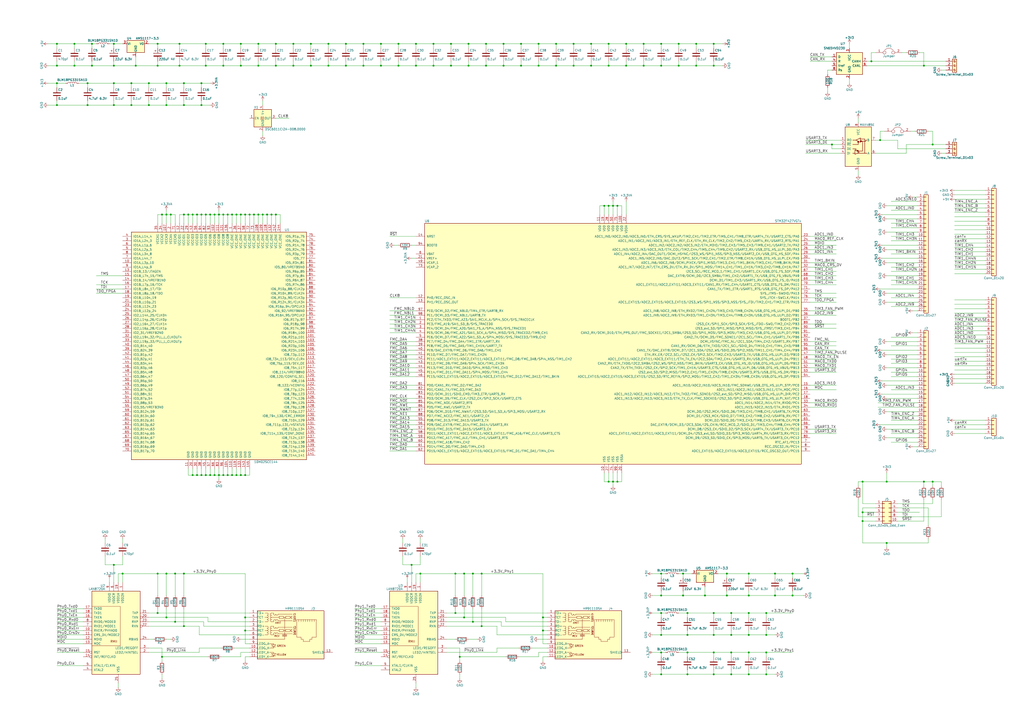
<source format=kicad_sch>
(kicad_sch (version 20211123) (generator eeschema)
  (paper "A2")
  (junction (at 434.34 332.74))
  (junction (at 363.22 25.4))
  (junction (at 66.04 38.1))
  (junction (at 104.14 38.1))
  (junction (at 139.7 124.46))
  (junction (at 200.66 38.1))
  (junction (at 116.84 275.59))
  (junction (at 266.7 381))
  (junction (at 116.84 60.96))
  (junction (at 106.68 60.96))
  (junction (at 132.08 124.46))
  (junction (at 383.54 391.16))
  (junction (at 210.82 25.4))
  (junction (at 93.98 124.46))
  (junction (at 66.04 48.26))
  (junction (at 383.54 25.4))
  (junction (at 152.4 124.46))
  (junction (at 129.54 25.4))
  (junction (at 91.44 332.74))
  (junction (at 383.54 332.74))
  (junction (at 342.9 38.1))
  (junction (at 363.22 38.1))
  (junction (at 76.2 48.26))
  (junction (at 121.92 275.59))
  (junction (at 43.18 38.1))
  (junction (at 86.36 60.96))
  (junction (at 322.58 25.4))
  (junction (at 71.12 332.74))
  (junction (at 274.32 332.74))
  (junction (at 106.68 48.26))
  (junction (at 396.24 345.44))
  (junction (at 383.54 368.3))
  (junction (at 322.58 38.1))
  (junction (at 535.94 279.4))
  (junction (at 114.3 275.59))
  (junction (at 78.74 38.1))
  (junction (at 434.34 391.16))
  (junction (at 314.96 365.76))
  (junction (at 200.66 25.4))
  (junction (at 134.62 275.59))
  (junction (at 510.54 81.28))
  (junction (at 424.18 391.16))
  (junction (at 127 124.46))
  (junction (at 231.14 25.4))
  (junction (at 96.52 124.46))
  (junction (at 373.38 38.1))
  (junction (at 353.06 25.4))
  (junction (at 434.34 378.46))
  (junction (at 149.86 124.46))
  (junction (at 137.16 124.46))
  (junction (at 170.18 38.1))
  (junction (at 383.54 345.44))
  (junction (at 403.86 38.1))
  (junction (at 269.24 332.74))
  (junction (at 50.8 48.26))
  (junction (at 500.38 279.4))
  (junction (at 398.78 391.16))
  (junction (at 292.1 25.4))
  (junction (at 459.74 332.74))
  (junction (at 180.34 25.4))
  (junction (at 33.02 48.26))
  (junction (at 414.02 391.16))
  (junction (at 279.4 332.74))
  (junction (at 231.14 38.1))
  (junction (at 414.02 355.6))
  (junction (at 398.78 368.3))
  (junction (at 353.06 119.38))
  (junction (at 116.84 124.46))
  (junction (at 449.58 332.74))
  (junction (at 314.96 358.14))
  (junction (at 353.06 38.1))
  (junction (at 96.52 332.74))
  (junction (at 139.7 38.1))
  (junction (at 243.84 332.74))
  (junction (at 160.02 25.4))
  (junction (at 119.38 25.4))
  (junction (at 129.54 38.1))
  (junction (at 53.34 38.1))
  (junction (at 190.5 25.4))
  (junction (at 251.46 25.4))
  (junction (at 383.54 38.1))
  (junction (at 444.5 391.16))
  (junction (at 421.64 345.44))
  (junction (at 124.46 124.46))
  (junction (at 53.34 25.4))
  (junction (at 312.42 25.4))
  (junction (at 271.78 38.1))
  (junction (at 281.94 25.4))
  (junction (at 210.82 38.1))
  (junction (at 414.02 378.46))
  (junction (at 43.18 25.4))
  (junction (at 393.7 38.1))
  (junction (at 142.24 365.76))
  (junction (at 106.68 124.46))
  (junction (at 220.98 25.4))
  (junction (at 353.06 279.4))
  (junction (at 514.35 279.4))
  (junction (at 302.26 38.1))
  (junction (at 104.14 25.4))
  (junction (at 434.34 368.3))
  (junction (at 111.76 124.46))
  (junction (at 149.86 38.1))
  (junction (at 91.44 25.4))
  (junction (at 541.02 279.4))
  (junction (at 147.32 124.46))
  (junction (at 279.4 363.22))
  (junction (at 99.06 124.46))
  (junction (at 261.62 38.1))
  (junction (at 137.16 275.59))
  (junction (at 514.35 314.96))
  (junction (at 101.6 360.68))
  (junction (at 396.24 332.74))
  (junction (at 414.02 368.3))
  (junction (at 541.02 83.82))
  (junction (at 96.52 48.26))
  (junction (at 500.38 302.26))
  (junction (at 149.86 25.4))
  (junction (at 332.74 25.4))
  (junction (at 142.24 358.14))
  (junction (at 274.32 360.68))
  (junction (at 106.68 332.74))
  (junction (at 241.3 25.4))
  (junction (at 142.24 275.59))
  (junction (at 96.52 358.14))
  (junction (at 154.94 124.46))
  (junction (at 535.94 38.1))
  (junction (at 170.18 25.4))
  (junction (at 160.02 38.1))
  (junction (at 93.98 381))
  (junction (at 116.84 48.26))
  (junction (at 50.8 60.96))
  (junction (at 33.02 25.4))
  (junction (at 449.58 345.44))
  (junction (at 157.48 124.46))
  (junction (at 342.9 25.4))
  (junction (at 66.04 60.96))
  (junction (at 358.14 279.4))
  (junction (at 66.04 25.4))
  (junction (at 459.74 345.44))
  (junction (at 373.38 25.4))
  (junction (at 444.5 378.46))
  (junction (at 312.42 38.1))
  (junction (at 505.46 35.56))
  (junction (at 91.44 38.1))
  (junction (at 121.92 124.46))
  (junction (at 398.78 355.6))
  (junction (at 414.02 38.1))
  (junction (at 332.74 38.1))
  (junction (at 180.34 38.1))
  (junction (at 119.38 38.1))
  (junction (at 350.52 119.38))
  (junction (at 111.76 275.59))
  (junction (at 119.38 275.59))
  (junction (at 190.5 38.1))
  (junction (at 142.24 124.46))
  (junction (at 355.6 279.4))
  (junction (at 86.36 48.26))
  (junction (at 251.46 38.1))
  (junction (at 129.54 275.59))
  (junction (at 444.5 355.6))
  (junction (at 160.02 124.46))
  (junction (at 355.6 119.38))
  (junction (at 408.94 345.44))
  (junction (at 421.64 332.74))
  (junction (at 119.38 124.46))
  (junction (at 281.94 38.1))
  (junction (at 500.38 297.18))
  (junction (at 403.86 25.4))
  (junction (at 96.52 60.96))
  (junction (at 292.1 38.1))
  (junction (at 424.18 355.6))
  (junction (at 302.26 25.4))
  (junction (at 66.04 327.66))
  (junction (at 220.98 38.1))
  (junction (at 132.08 275.59))
  (junction (at 101.6 332.74))
  (junction (at 264.16 355.6))
  (junction (at 241.3 38.1))
  (junction (at 269.24 358.14))
  (junction (at 33.02 38.1))
  (junction (at 261.62 25.4))
  (junction (at 127 275.59))
  (junction (at 271.78 25.4))
  (junction (at 383.54 378.46))
  (junction (at 358.14 119.38))
  (junction (at 144.78 124.46))
  (junction (at 264.16 332.74))
  (junction (at 482.6 83.82))
  (junction (at 238.76 327.66))
  (junction (at 434.34 355.6))
  (junction (at 424.18 368.3))
  (junction (at 106.68 363.22))
  (junction (at 91.44 355.6))
  (junction (at 33.02 60.96))
  (junction (at 139.7 275.59))
  (junction (at 124.46 275.59))
  (junction (at 114.3 124.46))
  (junction (at 434.34 345.44))
  (junction (at 398.78 378.46))
  (junction (at 109.22 124.46))
  (junction (at 444.5 368.3))
  (junction (at 383.54 355.6))
  (junction (at 139.7 25.4))
  (junction (at 414.02 25.4))
  (junction (at 393.7 25.4))
  (junction (at 129.54 124.46))
  (junction (at 424.18 378.46))
  (junction (at 134.62 124.46))
  (junction (at 76.2 60.96))
  (wire (pts (xy 119.38 124.46) (xy 119.38 129.54)))
  (wire (pts (xy 231.14 38.1) (xy 241.3 38.1)))
  (wire (pts (xy 106.68 129.54) (xy 106.68 124.46)))
  (wire (pts (xy 314.96 381) (xy 314.96 383.54)))
  (wire (pts (xy 288.29 375.92) (xy 300.99 375.92)))
  (wire (pts (xy 414.02 368.3) (xy 424.18 368.3)))
  (wire (pts (xy 60.96 327.66) (xy 60.96 322.58)))
  (wire (pts (xy 497.84 71.12) (xy 497.84 68.58)))
  (wire (pts (xy 500.38 292.1) (xy 500.38 279.4)))
  (wire (pts (xy 106.68 60.96) (xy 116.84 60.96)))
  (wire (pts (xy 403.86 25.4) (xy 403.86 27.94)))
  (wire (pts (xy 434.34 378.46) (xy 434.34 381)))
  (wire (pts (xy 93.98 124.46) (xy 96.52 124.46)))
  (wire (pts (xy 421.64 332.74) (xy 434.34 332.74)))
  (wire (pts (xy 127 124.46) (xy 127 129.54)))
  (wire (pts (xy 139.7 124.46) (xy 142.24 124.46)))
  (wire (pts (xy 403.86 38.1) (xy 403.86 35.56)))
  (wire (pts (xy 144.78 124.46) (xy 144.78 129.54)))
  (wire (pts (xy 414.02 38.1) (xy 414.02 35.56)))
  (wire (pts (xy 264.16 332.74) (xy 269.24 332.74)))
  (wire (pts (xy 96.52 60.96) (xy 106.68 60.96)))
  (wire (pts (xy 393.7 25.4) (xy 393.7 27.94)))
  (wire (pts (xy 509.27 233.68) (xy 532.13 233.68)))
  (wire (pts (xy 93.98 381) (xy 93.98 383.54)))
  (wire (pts (xy 502.92 38.1) (xy 535.94 38.1)))
  (wire (pts (xy 292.1 38.1) (xy 302.26 38.1)))
  (wire (pts (xy 144.78 358.14) (xy 142.24 358.14)))
  (wire (pts (xy 33.02 48.26) (xy 38.1 48.26)))
  (wire (pts (xy 332.74 25.4) (xy 342.9 25.4)))
  (wire (pts (xy 68.58 332.74) (xy 71.12 332.74)))
  (wire (pts (xy 444.5 378.46) (xy 459.74 378.46)))
  (wire (pts (xy 403.86 38.1) (xy 414.02 38.1)))
  (wire (pts (xy 288.29 368.3) (xy 317.5 368.3)))
  (wire (pts (xy 383.54 378.46) (xy 386.08 378.46)))
  (wire (pts (xy 231.14 142.24) (xy 228.6 142.24)))
  (wire (pts (xy 553.72 156.21) (xy 571.5 156.21)))
  (wire (pts (xy 434.34 391.16) (xy 434.34 388.62)))
  (wire (pts (xy 342.9 38.1) (xy 342.9 35.56)))
  (wire (pts (xy 302.26 38.1) (xy 302.26 35.56)))
  (wire (pts (xy 469.9 223.52) (xy 485.14 223.52)))
  (wire (pts (xy 132.08 124.46) (xy 132.08 129.54)))
  (wire (pts (xy 469.9 187.96) (xy 485.14 187.96)))
  (wire (pts (xy 514.35 279.4) (xy 514.35 274.32)))
  (wire (pts (xy 332.74 38.1) (xy 342.9 38.1)))
  (wire (pts (xy 312.42 25.4) (xy 322.58 25.4)))
  (wire (pts (xy 516.89 139.7) (xy 532.13 139.7)))
  (wire (pts (xy 317.5 381) (xy 314.96 381)))
  (wire (pts (xy 149.86 25.4) (xy 149.86 27.94)))
  (wire (pts (xy 516.89 121.92) (xy 532.13 121.92)))
  (wire (pts (xy 312.42 378.46) (xy 312.42 381)))
  (wire (pts (xy 226.06 190.5) (xy 241.3 190.5)))
  (wire (pts (xy 444.5 355.6) (xy 459.74 355.6)))
  (wire (pts (xy 63.5 25.4) (xy 66.04 25.4)))
  (wire (pts (xy 226.06 205.74) (xy 241.3 205.74)))
  (wire (pts (xy 226.06 251.46) (xy 241.3 251.46)))
  (wire (pts (xy 226.06 203.2) (xy 241.3 203.2)))
  (wire (pts (xy 33.02 38.1) (xy 43.18 38.1)))
  (wire (pts (xy 269.24 332.74) (xy 274.32 332.74)))
  (wire (pts (xy 86.36 25.4) (xy 91.44 25.4)))
  (wire (pts (xy 119.38 275.59) (xy 121.92 275.59)))
  (wire (pts (xy 516.89 147.32) (xy 532.13 147.32)))
  (wire (pts (xy 469.9 190.5) (xy 485.14 190.5)))
  (wire (pts (xy 322.58 38.1) (xy 322.58 35.56)))
  (wire (pts (xy 500.38 294.64) (xy 500.38 297.18)))
  (wire (pts (xy 152.4 76.2) (xy 152.4 78.74)))
  (wire (pts (xy 487.68 88.9) (xy 467.36 88.9)))
  (wire (pts (xy 363.22 38.1) (xy 363.22 35.56)))
  (wire (pts (xy 508 30.48) (xy 505.46 30.48)))
  (wire (pts (xy 147.32 124.46) (xy 147.32 129.54)))
  (wire (pts (xy 190.5 38.1) (xy 190.5 35.56)))
  (wire (pts (xy 48.26 370.84) (xy 33.02 370.84)))
  (wire (pts (xy 96.52 50.8) (xy 96.52 48.26)))
  (wire (pts (xy 241.3 332.74) (xy 243.84 332.74)))
  (wire (pts (xy 251.46 38.1) (xy 261.62 38.1)))
  (wire (pts (xy 266.7 391.16) (xy 266.7 393.7)))
  (wire (pts (xy 120.65 360.68) (xy 144.78 360.68)))
  (wire (pts (xy 525.78 83.82) (xy 541.02 83.82)))
  (wire (pts (xy 76.2 60.96) (xy 86.36 60.96)))
  (wire (pts (xy 398.78 368.3) (xy 398.78 365.76)))
  (wire (pts (xy 210.82 25.4) (xy 220.98 25.4)))
  (wire (pts (xy 27.94 25.4) (xy 33.02 25.4)))
  (wire (pts (xy 274.32 353.06) (xy 274.32 360.68)))
  (wire (pts (xy 514.35 223.52) (xy 532.13 223.52)))
  (wire (pts (xy 160.02 124.46) (xy 162.56 124.46)))
  (wire (pts (xy 502.92 35.56) (xy 505.46 35.56)))
  (wire (pts (xy 226.06 215.9) (xy 241.3 215.9)))
  (wire (pts (xy 434.34 391.16) (xy 444.5 391.16)))
  (wire (pts (xy 424.18 368.3) (xy 434.34 368.3)))
  (wire (pts (xy 68.58 337.82) (xy 68.58 332.74)))
  (wire (pts (xy 414.02 25.4) (xy 419.1 25.4)))
  (wire (pts (xy 124.46 124.46) (xy 124.46 129.54)))
  (wire (pts (xy 312.42 381) (xy 300.99 381)))
  (wire (pts (xy 469.9 157.48) (xy 485.14 157.48)))
  (wire (pts (xy 378.46 332.74) (xy 383.54 332.74)))
  (wire (pts (xy 154.94 124.46) (xy 157.48 124.46)))
  (wire (pts (xy 393.7 355.6) (xy 398.78 355.6)))
  (wire (pts (xy 205.74 355.6) (xy 220.98 355.6)))
  (wire (pts (xy 241.3 25.4) (xy 251.46 25.4)))
  (wire (pts (xy 444.5 391.16) (xy 444.5 388.62)))
  (wire (pts (xy 571.5 113.03) (xy 553.72 113.03)))
  (wire (pts (xy 33.02 58.42) (xy 33.02 60.96)))
  (wire (pts (xy 226.06 226.06) (xy 241.3 226.06)))
  (wire (pts (xy 449.58 345.44) (xy 459.74 345.44)))
  (wire (pts (xy 553.72 135.89) (xy 571.5 135.89)))
  (wire (pts (xy 396.24 335.28) (xy 396.24 332.74)))
  (wire (pts (xy 553.72 158.75) (xy 571.5 158.75)))
  (wire (pts (xy 312.42 25.4) (xy 312.42 27.94)))
  (wire (pts (xy 516.89 251.46) (xy 532.13 251.46)))
  (wire (pts (xy 76.2 48.26) (xy 86.36 48.26)))
  (wire (pts (xy 480.06 40.64) (xy 480.06 43.18)))
  (wire (pts (xy 469.9 154.94) (xy 485.14 154.94)))
  (wire (pts (xy 104.14 129.54) (xy 104.14 124.46)))
  (wire (pts (xy 393.7 38.1) (xy 403.86 38.1)))
  (wire (pts (xy 514.35 134.62) (xy 532.13 134.62)))
  (wire (pts (xy 220.98 38.1) (xy 231.14 38.1)))
  (wire (pts (xy 541.02 83.82) (xy 548.64 83.82)))
  (wire (pts (xy 532.13 259.08) (xy 529.59 259.08)))
  (wire (pts (xy 66.04 38.1) (xy 66.04 35.56)))
  (wire (pts (xy 347.98 119.38) (xy 350.52 119.38)))
  (wire (pts (xy 116.84 271.78) (xy 116.84 275.59)))
  (wire (pts (xy 553.72 204.47) (xy 571.5 204.47)))
  (wire (pts (xy 91.44 129.54) (xy 91.44 124.46)))
  (wire (pts (xy 96.52 121.92) (xy 96.52 124.46)))
  (wire (pts (xy 332.74 38.1) (xy 332.74 35.56)))
  (wire (pts (xy 241.3 25.4) (xy 241.3 27.94)))
  (wire (pts (xy 514.35 314.96) (xy 538.48 314.96)))
  (wire (pts (xy 129.54 124.46) (xy 132.08 124.46)))
  (wire (pts (xy 27.94 60.96) (xy 33.02 60.96)))
  (wire (pts (xy 444.5 355.6) (xy 444.5 358.14)))
  (wire (pts (xy 259.08 360.68) (xy 274.32 360.68)))
  (wire (pts (xy 363.22 38.1) (xy 373.38 38.1)))
  (wire (pts (xy 205.74 378.46) (xy 220.98 378.46)))
  (wire (pts (xy 91.44 25.4) (xy 91.44 27.94)))
  (wire (pts (xy 116.84 124.46) (xy 116.84 129.54)))
  (wire (pts (xy 55.88 165.1) (xy 71.12 165.1)))
  (wire (pts (xy 226.06 223.52) (xy 241.3 223.52)))
  (wire (pts (xy 500.38 314.96) (xy 514.35 314.96)))
  (wire (pts (xy 144.78 124.46) (xy 147.32 124.46)))
  (wire (pts (xy 264.16 353.06) (xy 264.16 355.6)))
  (wire (pts (xy 469.9 182.88) (xy 485.14 182.88)))
  (wire (pts (xy 142.24 124.46) (xy 144.78 124.46)))
  (wire (pts (xy 241.3 396.24) (xy 241.3 398.78)))
  (wire (pts (xy 469.9 226.06) (xy 485.14 226.06)))
  (wire (pts (xy 424.18 391.16) (xy 424.18 388.62)))
  (wire (pts (xy 118.11 360.68) (xy 118.11 363.22)))
  (wire (pts (xy 104.14 27.94) (xy 104.14 25.4)))
  (wire (pts (xy 516.89 172.72) (xy 532.13 172.72)))
  (wire (pts (xy 378.46 368.3) (xy 383.54 368.3)))
  (wire (pts (xy 424.18 355.6) (xy 434.34 355.6)))
  (wire (pts (xy 114.3 124.46) (xy 116.84 124.46)))
  (wire (pts (xy 53.34 38.1) (xy 53.34 35.56)))
  (wire (pts (xy 233.68 327.66) (xy 233.68 322.58)))
  (wire (pts (xy 383.54 368.3) (xy 398.78 368.3)))
  (wire (pts (xy 322.58 25.4) (xy 322.58 27.94)))
  (wire (pts (xy 571.5 248.92) (xy 553.72 248.92)))
  (wire (pts (xy 226.06 185.42) (xy 241.3 185.42)))
  (wire (pts (xy 33.02 355.6) (xy 48.26 355.6)))
  (wire (pts (xy 292.1 25.4) (xy 302.26 25.4)))
  (wire (pts (xy 497.84 279.4) (xy 500.38 279.4)))
  (wire (pts (xy 45.72 48.26) (xy 50.8 48.26)))
  (wire (pts (xy 363.22 124.46) (xy 363.22 116.84)))
  (wire (pts (xy 314.96 365.76) (xy 314.96 373.38)))
  (wire (pts (xy 508 297.18) (xy 500.38 297.18)))
  (wire (pts (xy 482.6 40.64) (xy 480.06 40.64)))
  (wire (pts (xy 469.9 233.68) (xy 485.14 233.68)))
  (wire (pts (xy 469.9 200.66) (xy 485.14 200.66)))
  (wire (pts (xy 114.3 124.46) (xy 114.3 129.54)))
  (wire (pts (xy 241.3 38.1) (xy 241.3 35.56)))
  (wire (pts (xy 514.35 144.78) (xy 532.13 144.78)))
  (wire (pts (xy 142.24 373.38) (xy 144.78 373.38)))
  (wire (pts (xy 99.06 129.54) (xy 99.06 124.46)))
  (wire (pts (xy 48.26 365.76) (xy 33.02 365.76)))
  (wire (pts (xy 226.06 193.04) (xy 241.3 193.04)))
  (wire (pts (xy 520.7 292.1) (xy 541.02 292.1)))
  (wire (pts (xy 469.9 198.12) (xy 485.14 198.12)))
  (wire (pts (xy 121.92 275.59) (xy 124.46 275.59)))
  (wire (pts (xy 553.72 191.77) (xy 571.5 191.77)))
  (wire (pts (xy 317.5 375.92) (xy 308.61 375.92)))
  (wire (pts (xy 129.54 275.59) (xy 132.08 275.59)))
  (wire (pts (xy 33.02 363.22) (xy 48.26 363.22)))
  (wire (pts (xy 510.54 167.64) (xy 532.13 167.64)))
  (wire (pts (xy 500.38 279.4) (xy 514.35 279.4)))
  (wire (pts (xy 511.81 203.2) (xy 532.13 203.2)))
  (wire (pts (xy 541.02 292.1) (xy 541.02 289.56)))
  (wire (pts (xy 259.08 370.84) (xy 264.16 370.84)))
  (wire (pts (xy 511.81 142.24) (xy 532.13 142.24)))
  (wire (pts (xy 449.58 332.74) (xy 449.58 335.28)))
  (wire (pts (xy 469.9 175.26) (xy 485.14 175.26)))
  (wire (pts (xy 121.92 124.46) (xy 124.46 124.46)))
  (wire (pts (xy 43.18 38.1) (xy 53.34 38.1)))
  (wire (pts (xy 190.5 25.4) (xy 190.5 27.94)))
  (wire (pts (xy 358.14 274.32) (xy 358.14 279.4)))
  (wire (pts (xy 200.66 38.1) (xy 210.82 38.1)))
  (wire (pts (xy 271.78 38.1) (xy 281.94 38.1)))
  (wire (pts (xy 115.57 375.92) (xy 115.57 378.46)))
  (wire (pts (xy 342.9 25.4) (xy 342.9 27.94)))
  (wire (pts (xy 129.54 38.1) (xy 139.7 38.1)))
  (wire (pts (xy 200.66 25.4) (xy 210.82 25.4)))
  (wire (pts (xy 421.64 345.44) (xy 421.64 342.9)))
  (wire (pts (xy 119.38 25.4) (xy 129.54 25.4)))
  (wire (pts (xy 535.94 279.4) (xy 535.94 281.94)))
  (wire (pts (xy 96.52 332.74) (xy 96.52 345.44)))
  (wire (pts (xy 508 292.1) (xy 500.38 292.1)))
  (wire (pts (xy 101.6 124.46) (xy 101.6 129.54)))
  (wire (pts (xy 134.62 124.46) (xy 134.62 129.54)))
  (wire (pts (xy 152.4 60.96) (xy 152.4 58.42)))
  (wire (pts (xy 520.7 302.26) (xy 535.94 302.26)))
  (wire (pts (xy 241.3 337.82) (xy 241.3 332.74)))
  (wire (pts (xy 403.86 25.4) (xy 414.02 25.4)))
  (wire (pts (xy 424.18 378.46) (xy 424.18 381)))
  (wire (pts (xy 226.06 243.84) (xy 241.3 243.84)))
  (wire (pts (xy 157.48 124.46) (xy 157.48 129.54)))
  (wire (pts (xy 116.84 60.96) (xy 116.84 58.42)))
  (wire (pts (xy 55.88 160.02) (xy 71.12 160.02)))
  (wire (pts (xy 467.36 83.82) (xy 482.6 83.82)))
  (wire (pts (xy 532.13 180.34) (xy 529.59 180.34)))
  (wire (pts (xy 115.57 368.3) (xy 144.78 368.3)))
  (wire (pts (xy 514.35 231.14) (xy 532.13 231.14)))
  (wire (pts (xy 516.89 208.28) (xy 532.13 208.28)))
  (wire (pts (xy 162.56 124.46) (xy 162.56 129.54)))
  (wire (pts (xy 55.88 167.64) (xy 71.12 167.64)))
  (wire (pts (xy 553.72 151.13) (xy 571.5 151.13)))
  (wire (pts (xy 459.74 345.44) (xy 459.74 342.9)))
  (wire (pts (xy 50.8 60.96) (xy 66.04 60.96)))
  (wire (pts (xy 111.76 124.46) (xy 114.3 124.46)))
  (wire (pts (xy 119.38 38.1) (xy 119.38 35.56)))
  (wire (pts (xy 104.14 38.1) (xy 104.14 35.56)))
  (wire (pts (xy 106.68 48.26) (xy 116.84 48.26)))
  (wire (pts (xy 96.52 124.46) (xy 96.52 129.54)))
  (wire (pts (xy 459.74 345.44) (xy 466.09 345.44)))
  (wire (pts (xy 137.16 124.46) (xy 137.16 129.54)))
  (wire (pts (xy 96.52 124.46) (xy 99.06 124.46)))
  (wire (pts (xy 66.04 25.4) (xy 71.12 25.4)))
  (wire (pts (xy 571.5 246.38) (xy 553.72 246.38)))
  (wire (pts (xy 449.58 345.44) (xy 449.58 342.9)))
  (wire (pts (xy 355.6 279.4) (xy 355.6 281.94)))
  (wire (pts (xy 279.4 332.74) (xy 314.96 332.74)))
  (wire (pts (xy 350.52 279.4) (xy 353.06 279.4)))
  (wire (pts (xy 516.89 256.54) (xy 532.13 256.54)))
  (wire (pts (xy 396.24 332.74) (xy 401.32 332.74)))
  (wire (pts (xy 514.35 248.92) (xy 532.13 248.92)))
  (wire (pts (xy 360.68 279.4) (xy 360.68 274.32)))
  (wire (pts (xy 358.14 124.46) (xy 358.14 119.38)))
  (wire (pts (xy 116.84 124.46) (xy 119.38 124.46)))
  (wire (pts (xy 233.68 314.96) (xy 233.68 312.42)))
  (wire (pts (xy 226.06 182.88) (xy 241.3 182.88)))
  (wire (pts (xy 314.96 358.14) (xy 314.96 365.76)))
  (wire (pts (xy 271.78 370.84) (xy 276.86 370.84)))
  (wire (pts (xy 355.6 116.84) (xy 355.6 119.38)))
  (wire (pts (xy 66.04 38.1) (xy 78.74 38.1)))
  (wire (pts (xy 96.52 48.26) (xy 106.68 48.26)))
  (wire (pts (xy 553.72 194.31) (xy 571.5 194.31)))
  (wire (pts (xy 115.57 375.92) (xy 128.27 375.92)))
  (wire (pts (xy 449.58 332.74) (xy 459.74 332.74)))
  (wire (pts (xy 266.7 375.92) (xy 266.7 381)))
  (wire (pts (xy 520.7 86.36) (xy 548.64 86.36)))
  (wire (pts (xy 290.83 363.22) (xy 317.5 363.22)))
  (wire (pts (xy 416.56 332.74) (xy 421.64 332.74)))
  (wire (pts (xy 124.46 275.59) (xy 127 275.59)))
  (wire (pts (xy 66.04 27.94) (xy 66.04 25.4)))
  (wire (pts (xy 553.72 186.69) (xy 571.5 186.69)))
  (wire (pts (xy 200.66 38.1) (xy 200.66 35.56)))
  (wire (pts (xy 129.54 25.4) (xy 139.7 25.4)))
  (wire (pts (xy 144.78 381) (xy 142.24 381)))
  (wire (pts (xy 27.94 48.26) (xy 33.02 48.26)))
  (wire (pts (xy 226.06 238.76) (xy 241.3 238.76)))
  (wire (pts (xy 434.34 345.44) (xy 449.58 345.44)))
  (wire (pts (xy 469.9 35.56) (xy 482.6 35.56)))
  (wire (pts (xy 469.9 248.92) (xy 485.14 248.92)))
  (wire (pts (xy 139.7 378.46) (xy 139.7 381)))
  (wire (pts (xy 322.58 38.1) (xy 332.74 38.1)))
  (wire (pts (xy 516.89 210.82) (xy 532.13 210.82)))
  (wire (pts (xy 160.02 68.58) (xy 167.64 68.58)))
  (wire (pts (xy 180.34 25.4) (xy 190.5 25.4)))
  (wire (pts (xy 293.37 381) (xy 266.7 381)))
  (wire (pts (xy 243.84 327.66) (xy 243.84 322.58)))
  (wire (pts (xy 553.72 143.51) (xy 571.5 143.51)))
  (wire (pts (xy 553.72 201.93) (xy 571.5 201.93)))
  (wire (pts (xy 109.22 275.59) (xy 111.76 275.59)))
  (wire (pts (xy 548.64 88.9) (xy 546.1 88.9)))
  (wire (pts (xy 106.68 50.8) (xy 106.68 48.26)))
  (wire (pts (xy 66.04 48.26) (xy 76.2 48.26)))
  (wire (pts (xy 50.8 48.26) (xy 66.04 48.26)))
  (wire (pts (xy 332.74 25.4) (xy 332.74 27.94)))
  (wire (pts (xy 378.46 391.16) (xy 383.54 391.16)))
  (wire (pts (xy 238.76 327.66) (xy 243.84 327.66)))
  (wire (pts (xy 231.14 25.4) (xy 241.3 25.4)))
  (wire (pts (xy 139.7 275.59) (xy 142.24 275.59)))
  (wire (pts (xy 116.84 48.26) (xy 121.92 48.26)))
  (wire (pts (xy 142.24 332.74) (xy 142.24 358.14)))
  (wire (pts (xy 101.6 332.74) (xy 101.6 345.44)))
  (wire (pts (xy 139.7 38.1) (xy 139.7 35.56)))
  (wire (pts (xy 121.92 271.78) (xy 121.92 275.59)))
  (wire (pts (xy 170.18 25.4) (xy 180.34 25.4)))
  (wire (pts (xy 541.02 279.4) (xy 546.1 279.4)))
  (wire (pts (xy 226.06 213.36) (xy 241.3 213.36)))
  (wire (pts (xy 71.12 327.66) (xy 71.12 322.58)))
  (wire (pts (xy 134.62 271.78) (xy 134.62 275.59)))
  (wire (pts (xy 231.14 38.1) (xy 231.14 35.56)))
  (wire (pts (xy 220.98 25.4) (xy 220.98 27.94)))
  (wire (pts (xy 226.06 241.3) (xy 241.3 241.3)))
  (wire (pts (xy 33.02 358.14) (xy 48.26 358.14)))
  (wire (pts (xy 144.78 275.59) (xy 144.78 271.78)))
  (wire (pts (xy 86.36 60.96) (xy 96.52 60.96)))
  (wire (pts (xy 459.74 332.74) (xy 466.09 332.74)))
  (wire (pts (xy 444.5 368.3) (xy 449.58 368.3)))
  (wire (pts (xy 533.4 30.48) (xy 535.94 30.48)))
  (wire (pts (xy 553.72 222.25) (xy 571.5 222.25)))
  (wire (pts (xy 508 302.26) (xy 500.38 302.26)))
  (wire (pts (xy 360.68 119.38) (xy 360.68 124.46)))
  (wire (pts (xy 152.4 124.46) (xy 154.94 124.46)))
  (wire (pts (xy 363.22 25.4) (xy 363.22 27.94)))
  (wire (pts (xy 76.2 50.8) (xy 76.2 48.26)))
  (wire (pts (xy 243.84 332.74) (xy 264.16 332.74)))
  (wire (pts (xy 251.46 25.4) (xy 251.46 27.94)))
  (wire (pts (xy 383.54 358.14) (xy 383.54 355.6)))
  (wire (pts (xy 514.35 160.02) (xy 532.13 160.02)))
  (wire (pts (xy 116.84 48.26) (xy 116.84 50.8)))
  (wire (pts (xy 220.98 353.06) (xy 205.74 353.06)))
  (wire (pts (xy 553.72 148.59) (xy 571.5 148.59)))
  (wire (pts (xy 302.26 25.4) (xy 302.26 27.94)))
  (wire (pts (xy 553.72 120.65) (xy 571.5 120.65)))
  (wire (pts (xy 264.16 332.74) (xy 264.16 345.44)))
  (wire (pts (xy 86.36 60.96) (xy 86.36 58.42)))
  (wire (pts (xy 469.9 213.36) (xy 485.14 213.36)))
  (wire (pts (xy 27.94 38.1) (xy 33.02 38.1)))
  (wire (pts (xy 514.35 238.76) (xy 532.13 238.76)))
  (wire (pts (xy 516.89 137.16) (xy 532.13 137.16)))
  (wire (pts (xy 363.22 25.4) (xy 373.38 25.4)))
  (wire (pts (xy 91.44 332.74) (xy 96.52 332.74)))
  (wire (pts (xy 510.54 81.28) (xy 510.54 76.2)))
  (wire (pts (xy 553.72 125.73) (xy 571.5 125.73)))
  (wire (pts (xy 469.9 236.22) (xy 485.14 236.22)))
  (wire (pts (xy 505.46 30.48) (xy 505.46 35.56)))
  (wire (pts (xy 149.86 25.4) (xy 160.02 25.4)))
  (wire (pts (xy 396.24 345.44) (xy 408.94 345.44)))
  (wire (pts (xy 553.72 138.43) (xy 571.5 138.43)))
  (wire (pts (xy 553.72 146.05) (xy 571.5 146.05)))
  (wire (pts (xy 520.7 297.18) (xy 533.4 297.18)))
  (wire (pts (xy 553.72 110.49) (xy 571.5 110.49)))
  (wire (pts (xy 76.2 60.96) (xy 76.2 58.42)))
  (wire (pts (xy 553.72 217.17) (xy 571.5 217.17)))
  (wire (pts (xy 342.9 38.1) (xy 353.06 38.1)))
  (wire (pts (xy 259.08 363.22) (xy 279.4 363.22)))
  (wire (pts (xy 553.72 133.35) (xy 571.5 133.35)))
  (wire (pts (xy 548.64 40.64) (xy 546.1 40.64)))
  (wire (pts (xy 434.34 355.6) (xy 434.34 358.14)))
  (wire (pts (xy 355.6 274.32) (xy 355.6 279.4)))
  (wire (pts (xy 383.54 391.16) (xy 398.78 391.16)))
  (wire (pts (xy 78.74 38.1) (xy 91.44 38.1)))
  (wire (pts (xy 398.78 368.3) (xy 414.02 368.3)))
  (wire (pts (xy 469.9 144.78) (xy 485.14 144.78)))
  (wire (pts (xy 424.18 378.46) (xy 434.34 378.46)))
  (wire (pts (xy 281.94 25.4) (xy 281.94 27.94)))
  (wire (pts (xy 516.89 195.58) (xy 532.13 195.58)))
  (wire (pts (xy 144.78 370.84) (xy 139.7 370.84)))
  (wire (pts (xy 516.89 241.3) (xy 532.13 241.3)))
  (wire (pts (xy 104.14 25.4) (xy 119.38 25.4)))
  (wire (pts (xy 347.98 124.46) (xy 347.98 119.38)))
  (wire (pts (xy 469.9 170.18) (xy 485.14 170.18)))
  (wire (pts (xy 434.34 335.28) (xy 434.34 332.74)))
  (wire (pts (xy 53.34 38.1) (xy 66.04 38.1)))
  (wire (pts (xy 516.89 157.48) (xy 532.13 157.48)))
  (wire (pts (xy 516.89 200.66) (xy 532.13 200.66)))
  (wire (pts (xy 414.02 368.3) (xy 414.02 365.76)))
  (wire (pts (xy 434.34 368.3) (xy 434.34 365.76)))
  (wire (pts (xy 109.22 271.78) (xy 109.22 275.59)))
  (wire (pts (xy 264.16 355.6) (xy 317.5 355.6)))
  (wire (pts (xy 86.36 370.84) (xy 88.9 370.84)))
  (wire (pts (xy 33.02 378.46) (xy 48.26 378.46)))
  (wire (pts (xy 109.22 124.46) (xy 111.76 124.46)))
  (wire (pts (xy 226.06 218.44) (xy 241.3 218.44)))
  (wire (pts (xy 553.72 130.81) (xy 571.5 130.81)))
  (wire (pts (xy 142.24 365.76) (xy 144.78 365.76)))
  (wire (pts (xy 398.78 378.46) (xy 398.78 381)))
  (wire (pts (xy 500.38 294.64) (xy 508 294.64)))
  (wire (pts (xy 109.22 124.46) (xy 109.22 129.54)))
  (wire (pts (xy 180.34 38.1) (xy 190.5 38.1)))
  (wire (pts (xy 373.38 38.1) (xy 373.38 35.56)))
  (wire (pts (xy 516.89 218.44) (xy 532.13 218.44)))
  (wire (pts (xy 383.54 388.62) (xy 383.54 391.16)))
  (wire (pts (xy 414.02 391.16) (xy 414.02 388.62)))
  (wire (pts (xy 279.4 363.22) (xy 288.29 363.22)))
  (wire (pts (xy 553.72 115.57) (xy 571.5 115.57)))
  (wire (pts (xy 243.84 337.82) (xy 243.84 332.74)))
  (wire (pts (xy 226.06 137.16) (xy 241.3 137.16)))
  (wire (pts (xy 259.08 358.14) (xy 269.24 358.14)))
  (wire (pts (xy 293.37 360.68) (xy 317.5 360.68)))
  (wire (pts (xy 553.72 214.63) (xy 571.5 214.63)))
  (wire (pts (xy 571.5 243.84) (xy 553.72 243.84)))
  (wire (pts (xy 160.02 25.4) (xy 160.02 27.94)))
  (wire (pts (xy 251.46 38.1) (xy 251.46 35.56)))
  (wire (pts (xy 101.6 360.68) (xy 118.11 360.68)))
  (wire (pts (xy 292.1 25.4) (xy 292.1 27.94)))
  (wire (pts (xy 480.06 50.8) (xy 480.06 53.34)))
  (wire (pts (xy 469.9 205.74) (xy 485.14 205.74)))
  (wire (pts (xy 86.36 355.6) (xy 91.44 355.6)))
  (wire (pts (xy 119.38 25.4) (xy 119.38 27.94)))
  (wire (pts (xy 469.9 139.7) (xy 485.14 139.7)))
  (wire (pts (xy 129.54 124.46) (xy 129.54 129.54)))
  (wire (pts (xy 274.32 332.74) (xy 279.4 332.74)))
  (wire (pts (xy 91.44 38.1) (xy 104.14 38.1)))
  (wire (pts (xy 101.6 353.06) (xy 101.6 360.68)))
  (wire (pts (xy 378.46 355.6) (xy 383.54 355.6)))
  (wire (pts (xy 353.06 38.1) (xy 353.06 35.56)))
  (wire (pts (xy 261.62 25.4) (xy 271.78 25.4)))
  (wire (pts (xy 444.5 391.16) (xy 449.58 391.16)))
  (wire (pts (xy 421.64 332.74) (xy 421.64 335.28)))
  (wire (pts (xy 210.82 25.4) (xy 210.82 27.94)))
  (wire (pts (xy 469.9 152.4) (xy 485.14 152.4)))
  (wire (pts (xy 500.38 297.18) (xy 500.38 302.26)))
  (wire (pts (xy 236.22 337.82) (xy 236.22 335.28)))
  (wire (pts (xy 220.98 365.76) (xy 205.74 365.76)))
  (wire (pts (xy 180.34 25.4) (xy 180.34 27.94)))
  (wire (pts (xy 269.24 353.06) (xy 269.24 358.14)))
  (wire (pts (xy 170.18 25.4) (xy 170.18 27.94)))
  (wire (pts (xy 511.81 228.6) (xy 532.13 228.6)))
  (wire (pts (xy 86.36 360.68) (xy 101.6 360.68)))
  (wire (pts (xy 104.14 124.46) (xy 106.68 124.46)))
  (wire (pts (xy 350.52 124.46) (xy 350.52 119.38)))
  (wire (pts (xy 434.34 378.46) (xy 444.5 378.46)))
  (wire (pts (xy 514.35 213.36) (xy 532.13 213.36)))
  (wire (pts (xy 120.65 381) (xy 93.98 381)))
  (wire (pts (xy 516.89 243.84) (xy 532.13 243.84)))
  (wire (pts (xy 355.6 119.38) (xy 355.6 124.46)))
  (wire (pts (xy 134.62 124.46) (xy 137.16 124.46)))
  (wire (pts (xy 226.06 180.34) (xy 241.3 180.34)))
  (wire (pts (xy 509.27 236.22) (xy 532.13 236.22)))
  (wire (pts (xy 101.6 332.74) (xy 106.68 332.74)))
  (wire (pts (xy 516.89 154.94) (xy 532.13 154.94)))
  (wire (pts (xy 288.29 375.92) (xy 288.29 378.46)))
  (wire (pts (xy 86.36 358.14) (xy 96.52 358.14)))
  (wire (pts (xy 553.72 209.55) (xy 571.5 209.55)))
  (wire (pts (xy 111.76 271.78) (xy 111.76 275.59)))
  (wire (pts (xy 516.89 132.08) (xy 532.13 132.08)))
  (wire (pts (xy 511.81 220.98) (xy 532.13 220.98)))
  (wire (pts (xy 353.06 25.4) (xy 363.22 25.4)))
  (wire (pts (xy 129.54 38.1) (xy 129.54 35.56)))
  (wire (pts (xy 93.98 375.92) (xy 86.36 375.92)))
  (wire (pts (xy 96.52 353.06) (xy 96.52 358.14)))
  (wire (pts (xy 553.72 219.71) (xy 571.5 219.71)))
  (wire (pts (xy 144.78 375.92) (xy 135.89 375.92)))
  (wire (pts (xy 279.4 353.06) (xy 279.4 363.22)))
  (wire (pts (xy 353.06 119.38) (xy 355.6 119.38)))
  (wire (pts (xy 434.34 355.6) (xy 444.5 355.6)))
  (wire (pts (xy 142.24 271.78) (xy 142.24 275.59)))
  (wire (pts (xy 106.68 353.06) (xy 106.68 363.22)))
  (wire (pts (xy 553.72 207.01) (xy 571.5 207.01)))
  (wire (pts (xy 467.36 81.28) (xy 487.68 81.28)))
  (wire (pts (xy 91.44 353.06) (xy 91.44 355.6)))
  (wire (pts (xy 546.1 299.72) (xy 546.1 289.56)))
  (wire (pts (xy 66.04 327.66) (xy 71.12 327.66)))
  (wire (pts (xy 226.06 200.66) (xy 241.3 200.66)))
  (wire (pts (xy 48.26 353.06) (xy 33.02 353.06)))
  (wire (pts (xy 149.86 124.46) (xy 149.86 129.54)))
  (wire (pts (xy 516.89 226.06) (xy 532.13 226.06)))
  (wire (pts (xy 269.24 358.14) (xy 293.37 358.14)))
  (wire (pts (xy 33.02 386.08) (xy 48.26 386.08)))
  (wire (pts (xy 459.74 332.74) (xy 459.74 335.28)))
  (wire (pts (xy 510.54 76.2) (xy 513.08 76.2)))
  (wire (pts (xy 525.78 88.9) (xy 525.78 83.82)))
  (wire (pts (xy 33.02 25.4) (xy 43.18 25.4)))
  (wire (pts (xy 516.89 177.8) (xy 532.13 177.8)))
  (wire (pts (xy 553.72 173.99) (xy 571.5 173.99)))
  (wire (pts (xy 149.86 38.1) (xy 160.02 38.1)))
  (wire (pts (xy 469.9 172.72) (xy 485.14 172.72)))
  (wire (pts (xy 444.5 368.3) (xy 444.5 365.76)))
  (wire (pts (xy 293.37 358.14) (xy 293.37 360.68)))
  (wire (pts (xy 114.3 271.78) (xy 114.3 275.59)))
  (wire (pts (xy 243.84 314.96) (xy 243.84 312.42)))
  (wire (pts (xy 68.58 396.24) (xy 68.58 398.78)))
  (wire (pts (xy 33.02 27.94) (xy 33.02 25.4)))
  (wire (pts (xy 508 88.9) (xy 525.78 88.9)))
  (wire (pts (xy 532.13 114.3) (xy 529.59 114.3)))
  (wire (pts (xy 302.26 25.4) (xy 312.42 25.4)))
  (wire (pts (xy 535.94 279.4) (xy 541.02 279.4)))
  (wire (pts (xy 200.66 25.4) (xy 200.66 27.94)))
  (wire (pts (xy 469.9 137.16) (xy 485.14 137.16)))
  (wire (pts (xy 469.9 180.34) (xy 485.14 180.34)))
  (wire (pts (xy 469.9 215.9) (xy 485.14 215.9)))
  (wire (pts (xy 104.14 38.1) (xy 119.38 38.1)))
  (wire (pts (xy 383.54 381) (xy 383.54 378.46)))
  (wire (pts (xy 86.36 48.26) (xy 96.52 48.26)))
  (wire (pts (xy 142.24 124.46) (xy 142.24 129.54)))
  (wire (pts (xy 532.13 193.04) (xy 529.59 193.04)))
  (wire (pts (xy 546.1 279.4) (xy 546.1 281.94)))
  (wire (pts (xy 516.89 129.54) (xy 532.13 129.54)))
  (wire (pts (xy 396.24 345.44) (xy 396.24 342.9)))
  (wire (pts (xy 106.68 60.96) (xy 106.68 58.42)))
  (wire (pts (xy 538.48 294.64) (xy 538.48 304.8)))
  (wire (pts (xy 516.89 165.1) (xy 532.13 165.1)))
  (wire (pts (xy 190.5 25.4) (xy 200.66 25.4)))
  (wire (pts (xy 288.29 378.46) (xy 259.08 378.46)))
  (wire (pts (xy 226.06 198.12) (xy 241.3 198.12)))
  (wire (pts (xy 147.32 124.46) (xy 149.86 124.46)))
  (wire (pts (xy 414.02 355.6) (xy 424.18 355.6)))
  (wire (pts (xy 505.46 35.56) (xy 548.64 35.56)))
  (wire (pts (xy 190.5 38.1) (xy 200.66 38.1)))
  (wire (pts (xy 553.72 123.19) (xy 571.5 123.19)))
  (wire (pts (xy 398.78 355.6) (xy 398.78 358.14)))
  (wire (pts (xy 482.6 86.36) (xy 482.6 83.82)))
  (wire (pts (xy 139.7 25.4) (xy 149.86 25.4)))
  (wire (pts (xy 434.34 332.74) (xy 449.58 332.74)))
  (wire (pts (xy 510.54 81.28) (xy 520.7 81.28)))
  (wire (pts (xy 514.35 317.5) (xy 514.35 314.96)))
  (wire (pts (xy 482.6 83.82) (xy 487.68 83.82)))
  (wire (pts (xy 121.92 124.46) (xy 121.92 129.54)))
  (wire (pts (xy 514.35 170.18) (xy 532.13 170.18)))
  (wire (pts (xy 353.06 279.4) (xy 355.6 279.4)))
  (wire (pts (xy 160.02 124.46) (xy 160.02 129.54)))
  (wire (pts (xy 469.9 208.28) (xy 485.14 208.28)))
  (wire (pts (xy 520.7 294.64) (xy 538.48 294.64)))
  (wire (pts (xy 106.68 332.74) (xy 106.68 345.44)))
  (wire (pts (xy 514.35 198.12) (xy 532.13 198.12)))
  (wire (pts (xy 226.06 254) (xy 241.3 254)))
  (wire (pts (xy 220.98 373.38) (xy 205.74 373.38)))
  (wire (pts (xy 383.54 345.44) (xy 396.24 345.44)))
  (wire (pts (xy 129.54 271.78) (xy 129.54 275.59)))
  (wire (pts (xy 553.72 179.07) (xy 571.5 179.07)))
  (wire (pts (xy 271.78 25.4) (xy 271.78 27.94)))
  (wire (pts (xy 115.57 378.46) (xy 86.36 378.46)))
  (wire (pts (xy 139.7 381) (xy 128.27 381)))
  (wire (pts (xy 516.89 162.56) (xy 532.13 162.56)))
  (wire (pts (xy 231.14 25.4) (xy 231.14 27.94)))
  (wire (pts (xy 322.58 25.4) (xy 332.74 25.4)))
  (wire (pts (xy 511.81 149.86) (xy 532.13 149.86)))
  (wire (pts (xy 383.54 345.44) (xy 383.54 342.9)))
  (wire (pts (xy 414.02 391.16) (xy 424.18 391.16)))
  (wire (pts (xy 553.72 181.61) (xy 571.5 181.61)))
  (wire (pts (xy 114.3 275.59) (xy 116.84 275.59)))
  (wire (pts (xy 93.98 129.54) (xy 93.98 124.46)))
  (wire (pts (xy 93.98 391.16) (xy 93.98 393.7)))
  (wire (pts (xy 469.9 162.56) (xy 485.14 162.56)))
  (wire (pts (xy 302.26 38.1) (xy 312.42 38.1)))
  (wire (pts (xy 353.06 124.46) (xy 353.06 119.38)))
  (wire (pts (xy 96.52 358.14) (xy 120.65 358.14)))
  (wire (pts (xy 124.46 271.78) (xy 124.46 275.59)))
  (wire (pts (xy 86.36 50.8) (xy 86.36 48.26)))
  (wire (pts (xy 353.06 38.1) (xy 363.22 38.1)))
  (wire (pts (xy 71.12 337.82) (xy 71.12 332.74)))
  (wire (pts (xy 510.54 246.38) (xy 532.13 246.38)))
  (wire (pts (xy 139.7 25.4) (xy 139.7 27.94)))
  (wire (pts (xy 220.98 370.84) (xy 205.74 370.84)))
  (wire (pts (xy 492.76 45.72) (xy 492.76 48.26)))
  (wire (pts (xy 553.72 212.09) (xy 571.5 212.09)))
  (wire (pts (xy 233.68 327.66) (xy 238.76 327.66)))
  (wire (pts (xy 43.18 35.56) (xy 43.18 38.1)))
  (wire (pts (xy 71.12 314.96) (xy 71.12 312.42)))
  (wire (pts (xy 500.38 302.26) (xy 500.38 314.96)))
  (wire (pts (xy 226.06 210.82) (xy 241.3 210.82)))
  (wire (pts (xy 78.74 38.1) (xy 78.74 33.02)))
  (wire (pts (xy 142.24 381) (xy 142.24 383.54)))
  (wire (pts (xy 393.7 332.74) (xy 396.24 332.74)))
  (wire (pts (xy 91.44 38.1) (xy 91.44 35.56)))
  (wire (pts (xy 528.32 76.2) (xy 530.86 76.2)))
  (wire (pts (xy 66.04 50.8) (xy 66.04 48.26)))
  (wire (pts (xy 414.02 378.46) (xy 424.18 378.46)))
  (wire (pts (xy 261.62 38.1) (xy 271.78 38.1)))
  (wire (pts (xy 538.48 314.96) (xy 538.48 312.42)))
  (wire (pts (xy 261.62 38.1) (xy 261.62 35.56)))
  (wire (pts (xy 353.06 274.32) (xy 353.06 279.4)))
  (wire (pts (xy 226.06 248.92) (xy 241.3 248.92)))
  (wire (pts (xy 53.34 25.4) (xy 55.88 25.4)))
  (wire (pts (xy 520.7 81.28) (xy 520.7 86.36)))
  (wire (pts (xy 120.65 358.14) (xy 120.65 360.68)))
  (wire (pts (xy 541.02 76.2) (xy 541.02 83.82)))
  (wire (pts (xy 378.46 378.46) (xy 383.54 378.46)))
  (wire (pts (xy 393.7 25.4) (xy 403.86 25.4)))
  (wire (pts (xy 571.5 251.46) (xy 553.72 251.46)))
  (wire (pts (xy 281.94 25.4) (xy 292.1 25.4)))
  (wire (pts (xy 408.94 345.44) (xy 408.94 340.36)))
  (wire (pts (xy 226.06 231.14) (xy 241.3 231.14)))
  (wire (pts (xy 66.04 60.96) (xy 66.04 58.42)))
  (wire (pts (xy 424.18 368.3) (xy 424.18 365.76)))
  (wire (pts (xy 312.42 38.1) (xy 312.42 35.56)))
  (wire (pts (xy 514.35 175.26) (xy 532.13 175.26)))
  (wire (pts (xy 355.6 279.4) (xy 358.14 279.4)))
  (wire (pts (xy 152.4 124.46) (xy 152.4 129.54)))
  (wire (pts (xy 205.74 363.22) (xy 220.98 363.22)))
  (wire (pts (xy 180.34 38.1) (xy 180.34 35.56)))
  (wire (pts (xy 154.94 124.46) (xy 154.94 129.54)))
  (wire (pts (xy 469.9 142.24) (xy 485.14 142.24)))
  (wire (pts (xy 241.3 38.1) (xy 251.46 38.1)))
  (wire (pts (xy 96.52 60.96) (xy 96.52 58.42)))
  (wire (pts (xy 48.26 368.3) (xy 33.02 368.3)))
  (wire (pts (xy 408.94 345.44) (xy 421.64 345.44)))
  (wire (pts (xy 118.11 363.22) (xy 144.78 363.22)))
  (wire (pts (xy 414.02 355.6) (xy 414.02 358.14)))
  (wire (pts (xy 398.78 391.16) (xy 398.78 388.62)))
  (wire (pts (xy 269.24 332.74) (xy 269.24 345.44)))
  (wire (pts (xy 514.35 127) (xy 532.13 127)))
  (wire (pts (xy 33.02 360.68) (xy 48.26 360.68)))
  (wire (pts (xy 314.96 373.38) (xy 317.5 373.38)))
  (wire (pts (xy 553.72 118.11) (xy 571.5 118.11)))
  (wire (pts (xy 119.38 38.1) (xy 129.54 38.1)))
  (wire (pts (xy 106.68 332.74) (xy 142.24 332.74)))
  (wire (pts (xy 414.02 25.4) (xy 414.02 27.94)))
  (wire (pts (xy 137.16 271.78) (xy 137.16 275.59)))
  (wire (pts (xy 424.18 355.6) (xy 424.18 358.14)))
  (wire (pts (xy 469.9 210.82) (xy 485.14 210.82)))
  (wire (pts (xy 226.06 259.08) (xy 241.3 259.08)))
  (wire (pts (xy 469.9 160.02) (xy 485.14 160.02)))
  (wire (pts (xy 393.7 38.1) (xy 393.7 35.56)))
  (wire (pts (xy 261.62 25.4) (xy 261.62 27.94)))
  (wire (pts (xy 383.54 25.4) (xy 383.54 27.94)))
  (wire (pts (xy 205.74 386.08) (xy 220.98 386.08)))
  (wire (pts (xy 383.54 332.74) (xy 386.08 332.74)))
  (wire (pts (xy 132.08 275.59) (xy 134.62 275.59)))
  (wire (pts (xy 553.72 128.27) (xy 571.5 128.27)))
  (wire (pts (xy 160.02 38.1) (xy 170.18 38.1)))
  (wire (pts (xy 266.7 375.92) (xy 259.08 375.92)))
  (wire (pts (xy 538.48 76.2) (xy 541.02 76.2)))
  (wire (pts (xy 91.44 25.4) (xy 104.14 25.4)))
  (wire (pts (xy 33.02 60.96) (xy 50.8 60.96)))
  (wire (pts (xy 350.52 274.32) (xy 350.52 279.4)))
  (wire (pts (xy 553.72 199.39) (xy 571.5 199.39)))
  (wire (pts (xy 33.02 48.26) (xy 33.02 50.8)))
  (wire (pts (xy 469.9 147.32) (xy 485.14 147.32)))
  (wire (pts (xy 226.06 236.22) (xy 241.3 236.22)))
  (wire (pts (xy 469.9 203.2) (xy 485.14 203.2)))
  (wire (pts (xy 142.24 365.76) (xy 142.24 373.38)))
  (wire (pts (xy 414.02 38.1) (xy 419.1 38.1)))
  (wire (pts (xy 271.78 25.4) (xy 281.94 25.4)))
  (wire (pts (xy 205.74 358.14) (xy 220.98 358.14)))
  (wire (pts (xy 535.94 302.26) (xy 535.94 289.56)))
  (wire (pts (xy 535.94 30.48) (xy 535.94 38.1)))
  (wire (pts (xy 142.24 275.59) (xy 144.78 275.59)))
  (wire (pts (xy 127 124.46) (xy 129.54 124.46)))
  (wire (pts (xy 160.02 25.4) (xy 170.18 25.4)))
  (wire (pts (xy 317.5 378.46) (xy 312.42 378.46)))
  (wire (pts (xy 119.38 124.46) (xy 121.92 124.46)))
  (wire (pts (xy 139.7 271.78) (xy 139.7 275.59)))
  (wire (pts (xy 66.04 337.82) (xy 66.04 327.66)))
  (wire (pts (xy 553.72 189.23) (xy 571.5 189.23)))
  (wire (pts (xy 50.8 50.8) (xy 50.8 48.26)))
  (wire (pts (xy 106.68 363.22) (xy 115.57 363.22)))
  (wire (pts (xy 281.94 38.1) (xy 292.1 38.1)))
  (wire (pts (xy 96.52 332.74) (xy 101.6 332.74)))
  (wire (pts (xy 127 275.59) (xy 129.54 275.59)))
  (wire (pts (xy 93.98 375.92) (xy 93.98 381)))
  (wire (pts (xy 91.44 355.6) (xy 144.78 355.6)))
  (wire (pts (xy 414.02 378.46) (xy 414.02 381)))
  (wire (pts (xy 444.5 378.46) (xy 444.5 381)))
  (wire (pts (xy 535.94 38.1) (xy 548.64 38.1)))
  (wire (pts (xy 553.72 153.67) (xy 571.5 153.67)))
  (wire (pts (xy 106.68 124.46) (xy 109.22 124.46)))
  (wire (pts (xy 353.06 25.4) (xy 353.06 27.94)))
  (wire (pts (xy 48.26 373.38) (xy 33.02 373.38)))
  (wire (pts (xy 383.54 38.1) (xy 383.54 35.56)))
  (wire (pts (xy 220.98 368.3) (xy 205.74 368.3)))
  (wire (pts (xy 132.08 271.78) (xy 132.08 275.59)))
  (wire (pts (xy 63.5 337.82) (xy 63.5 335.28)))
  (wire (pts (xy 520.7 299.72) (xy 546.1 299.72)))
  (wire (pts (xy 96.52 370.84) (xy 99.06 370.84)))
  (wire (pts (xy 53.34 25.4) (xy 53.34 27.94)))
  (wire (pts (xy 516.89 215.9) (xy 532.13 215.9)))
  (wire (pts (xy 266.7 381) (xy 266.7 383.54)))
  (wire (pts (xy 314.96 365.76) (xy 317.5 365.76)))
  (wire (pts (xy 383.54 355.6) (xy 386.08 355.6)))
  (wire (pts (xy 497.84 101.6) (xy 497.84 99.06)))
  (wire (pts (xy 350.52 119.38) (xy 353.06 119.38)))
  (wire (pts (xy 434.34 345.44) (xy 434.34 342.9)))
  (wire (pts (xy 373.38 25.4) (xy 373.38 27.94)))
  (wire (pts (xy 511.81 124.46) (xy 532.13 124.46)))
  (wire (pts (xy 43.18 27.94) (xy 43.18 25.4)))
  (wire (pts (xy 523.24 30.48) (xy 525.78 30.48)))
  (wire (pts (xy 157.48 124.46) (xy 160.02 124.46)))
  (wire (pts (xy 497.84 299.72) (xy 497.84 289.56)))
  (wire (pts (xy 314.96 358.14) (xy 317.5 358.14)))
  (wire (pts (xy 541.02 279.4) (xy 541.02 281.94)))
  (wire (pts (xy 142.24 358.14) (xy 142.24 365.76)))
  (wire (pts (xy 116.84 60.96) (xy 121.92 60.96)))
  (wire (pts (xy 127 121.92) (xy 127 124.46)))
  (wire (pts (xy 398.78 355.6) (xy 414.02 355.6)))
  (wire (pts (xy 238.76 337.82) (xy 238.76 327.66)))
  (wire (pts (xy 373.38 38.1) (xy 383.54 38.1)))
  (wire (pts (xy 434.34 368.3) (xy 444.5 368.3)))
  (wire (pts (xy 170.18 38.1) (xy 180.34 38.1)))
  (wire (pts (xy 383.54 25.4) (xy 393.7 25.4)))
  (wire (pts (xy 514.35 119.38) (xy 532.13 119.38)))
  (wire (pts (xy 383.54 365.76) (xy 383.54 368.3)))
  (wire (pts (xy 134.62 275.59) (xy 137.16 275.59)))
  (wire (pts (xy 226.06 233.68) (xy 241.3 233.68)))
  (wire (pts (xy 149.86 38.1) (xy 149.86 35.56)))
  (wire (pts (xy 469.9 251.46) (xy 485.14 251.46)))
  (wire (pts (xy 71.12 332.74) (xy 91.44 332.74)))
  (wire (pts (xy 398.78 391.16) (xy 414.02 391.16)))
  (wire (pts (xy 281.94 38.1) (xy 281.94 35.56)))
  (wire (pts (xy 50.8 60.96) (xy 50.8 58.42)))
  (wire (pts (xy 292.1 38.1) (xy 292.1 35.56)))
  (wire (pts (xy 91.44 332.74) (xy 91.44 345.44)))
  (wire (pts (xy 60.96 327.66) (xy 66.04 327.66)))
  (wire (pts (xy 383.54 335.28) (xy 383.54 332.74)))
  (wire (pts (xy 314.96 332.74) (xy 314.96 358.14)))
  (wire (pts (xy 290.83 360.68) (xy 290.83 363.22)))
  (wire (pts (xy 205.74 360.68) (xy 220.98 360.68)))
  (wire (pts (xy 226.06 172.72) (xy 241.3 172.72)))
  (wire (pts (xy 33.02 35.56) (xy 33.02 38.1)))
  (wire (pts (xy 508 81.28) (xy 510.54 81.28)))
  (wire (pts (xy 393.7 378.46) (xy 398.78 378.46)))
  (wire (pts (xy 210.82 38.1) (xy 210.82 35.56)))
  (wire (pts (xy 60.96 314.96) (xy 60.96 312.42)))
  (wire (pts (xy 482.6 33.02) (xy 469.9 33.02)))
  (wire (pts (xy 238.76 142.24) (xy 241.3 142.24)))
  (wire (pts (xy 160.02 38.1) (xy 160.02 35.56)))
  (wire (pts (xy 137.16 124.46) (xy 139.7 124.46)))
  (wire (pts (xy 514.35 152.4) (xy 532.13 152.4)))
  (wire (pts (xy 492.76 27.94) (xy 492.76 25.4)))
  (wire (pts (xy 226.06 208.28) (xy 241.3 208.28)))
  (wire (pts (xy 139.7 124.46) (xy 139.7 129.54)))
  (wire (pts (xy 226.06 256.54) (xy 241.3 256.54)))
  (wire (pts (xy 355.6 119.38) (xy 358.14 119.38)))
  (wire (pts (xy 342.9 25.4) (xy 353.06 25.4)))
  (wire (pts (xy 288.29 363.22) (xy 288.29 368.3)))
  (wire (pts (xy 279.4 332.74) (xy 279.4 345.44)))
  (wire (pts (xy 111.76 275.59) (xy 114.3 275.59)))
  (wire (pts (xy 116.84 275.59) (xy 119.38 275.59)))
  (wire (pts (xy 553.72 184.15) (xy 571.5 184.15)))
  (wire (pts (xy 424.18 391.16) (xy 434.34 391.16)))
  (wire (pts (xy 149.86 124.46) (xy 152.4 124.46)))
  (wire (pts (xy 241.3 149.86) (xy 238.76 149.86)))
  (wire (pts (xy 124.46 124.46) (xy 127 124.46)))
  (wire (pts (xy 220.98 38.1) (xy 220.98 35.56)))
  (wire (pts (xy 421.64 345.44) (xy 434.34 345.44)))
  (wire (pts (xy 86.36 363.22) (xy 106.68 363.22)))
  (wire (pts (xy 43.18 25.4) (xy 53.34 25.4)))
  (wire (pts (xy 210.82 38.1) (xy 220.98 38.1)))
  (wire (pts (xy 55.88 170.18) (xy 71.12 170.18)))
  (wire (pts (xy 398.78 378.46) (xy 414.02 378.46)))
  (wire (pts (xy 127 271.78) (xy 127 275.59)))
  (wire (pts (xy 508 299.72) (xy 497.84 299.72)))
  (wire (pts (xy 139.7 38.1) (xy 149.86 38.1)))
  (wire (pts (xy 144.78 378.46) (xy 139.7 378.46)))
  (wire (pts (xy 358.14 279.4) (xy 360.68 279.4)))
  (wire (pts (xy 553.72 196.85) (xy 571.5 196.85)))
  (wire (pts (xy 226.06 261.62) (xy 241.3 261.62)))
  (wire (pts (xy 129.54 25.4) (xy 129.54 27.94)))
  (wire (pts (xy 220.98 25.4) (xy 231.14 25.4)))
  (wire (pts (xy 514.35 279.4) (xy 535.94 279.4)))
  (wire (pts (xy 274.32 360.68) (xy 290.83 360.68)))
  (wire (pts (xy 137.16 275.59) (xy 139.7 275.59)))
  (wire (pts (xy 66.04 60.96) (xy 76.2 60.96)))
  (wire (pts (xy 373.38 25.4) (xy 383.54 25.4)))
  (wire (pts (xy 115.57 363.22) (xy 115.57 368.3)))
  (wire (pts (xy 111.76 124.46) (xy 111.76 129.54)))
  (wire (pts (xy 91.44 124.46) (xy 93.98 124.46)))
  (wire (pts (xy 378.46 345.44) (xy 383.54 345.44)))
  (wire (pts (xy 119.38 271.78) (xy 119.38 275.59)))
  (wire (pts (xy 469.9 165.1) (xy 485.14 165.1)))
  (wire (pts (xy 226.06 246.38) (xy 241.3 246.38)))
  (wire (pts (xy 271.78 38.1) (xy 271.78 35.56)))
  (wire (pts (xy 312.42 38.1) (xy 322.58 38.1)))
  (wire (pts (xy 497.84 279.4) (xy 497.84 281.94)))
  (wire (pts (xy 226.06 187.96) (xy 241.3 187.96)))
  (wire (pts (xy 317.5 370.84) (xy 312.42 370.84)))
  (wire (pts (xy 514.35 205.74) (xy 532.13 205.74)))
  (wire (pts (xy 553.72 140.97) (xy 571.5 140.97)))
  (wire (pts (xy 170.18 38.1) (xy 170.18 35.56)))
  (wire (pts (xy 516.89 116.84) (xy 532.13 116.84)))
  (wire (pts (xy 383.54 38.1) (xy 393.7 38.1)))
  (wire (pts (xy 251.46 25.4) (xy 261.62 25.4)))
  (wire (pts (xy 127 275.59) (xy 127 278.13)))
  (wire (pts (xy 259.08 355.6) (xy 264.16 355.6)))
  (wire (pts (xy 487.68 86.36) (xy 482.6 86.36)))
  (wire (pts (xy 358.14 119.38) (xy 360.68 119.38)))
  (wire (pts (xy 514.35 254) (xy 532.13 254)))
  (wire (pts (xy 99.06 124.46) (xy 101.6 124.46)))
  (wire (pts (xy 571.5 176.53) (xy 553.72 176.53)))
  (wire (pts (xy 132.08 124.46) (xy 134.62 124.46)))
  (wire (pts (xy 274.32 332.74) (xy 274.32 345.44)))
  (label "TIM3_FAN_PWM" (at 472.44 180.34 0) (effects (font (size 1.524 1.524))))
  (label "TIM4_ENC_B" (at 226.06 256.54 0) (effects (font (size 1.524 1.524))))
  (label "TDO_FPGA" (at 472.44 175.26 0) (effects (font (size 1.524 1.524))))
  (label "MDIO" (at 472.44 142.24 0) (effects (font (size 1.524 1.524))))
  (label "MAC0_TXD1" (at 472.44 213.36 0) (effects (font (size 1.524 1.524))))
  (label "FMC_DA15" (at 226.06 248.92 0) (effects (font (size 1.524 1.524))))
  (label "FMC_DA1" (at 226.06 261.62 0) (effects (font (size 1.524 1.524))))
  (label "TIM4_ENC_A" (at 226.06 254 0) (effects (font (size 1.524 1.524))))
  (label "ADC1_IN4" (at 519.43 172.72 0) (effects (font (size 1.524 1.524))))
  (label "FMC_DA8" (at 226.06 208.28 0) (effects (font (size 1.524 1.524))))
  (label "TIM1_CH3" (at 519.43 137.16 0) (effects (font (size 1.524 1.524))))
  (label "ADC1_IN4" (at 472.44 147.32 0) (effects (font (size 1.524 1.524))))
  (label "FMC_NWAIT" (at 226.06 238.76 0) (effects (font (size 1.524 1.524))))
  (label "Phy0_Txd1" (at 33.02 355.6 0) (effects (font (size 1.524 1.524))))
  (label "MDC" (at 33.02 373.38 0) (effects (font (size 1.524 1.524))))
  (label "Phy1_Rxd0" (at 205.74 360.68 0) (effects (font (size 1.524 1.524))))
  (label "CLK8" (at 161.29 68.58 0) (effects (font (size 1.524 1.524))))
  (label "TDO" (at 523.24 297.18 0) (effects (font (size 1.524 1.524))))
  (label "Phy1_Txd1" (at 205.74 355.6 0) (effects (font (size 1.524 1.524))))
  (label "TIM1_CH2" (at 519.43 154.94 0) (effects (font (size 1.524 1.524))))
  (label "~{Phy0_Reset}" (at 33.02 378.46 0) (effects (font (size 1.524 1.524))))
  (label "FMC_CLK" (at 226.06 231.14 0) (effects (font (size 1.524 1.524))))
  (label "~{Phy1_Reset}" (at 205.74 378.46 0) (effects (font (size 1.524 1.524))))
  (label "FMC_DA3" (at 226.06 226.06 0) (effects (font (size 1.524 1.524))))
  (label "FMC_DA6" (at 226.06 203.2 0) (effects (font (size 1.524 1.524))))
  (label "TIM2_FAN_PULSE" (at 511.81 236.22 0) (effects (font (size 1.524 1.524))))
  (label "Phy0_Rxd0" (at 33.02 360.68 0) (effects (font (size 1.524 1.524))))
  (label "ADC1_IN0" (at 553.72 194.31 0) (effects (font (size 1.524 1.524))))
  (label "USART3_DE" (at 472.44 215.9 0) (effects (font (size 1.524 1.524))))
  (label "TIM1_CH1" (at 472.44 157.48 0) (effects (font (size 1.524 1.524))))
  (label "TIM2_FAN_PULSE" (at 472.44 205.74 0) (effects (font (size 1.524 1.524))))
  (label "+3.3V_Phy0" (at 111.76 332.74 0) (effects (font (size 1.524 1.524))))
  (label "TIM1_CH2N" (at 519.43 157.48 0) (effects (font (size 1.524 1.524))))
  (label "TIM4_ENC_B" (at 516.89 251.46 0) (effects (font (size 1.524 1.524))))
  (label "TIM1_CH2" (at 472.44 160.02 0) (effects (font (size 1.524 1.524))))
  (label "USART3_TX" (at 467.36 81.28 0) (effects (font (size 1.524 1.524))))
  (label "Phy1_Rxd1" (at 205.74 363.22 0) (effects (font (size 1.524 1.524))))
  (label "TIM1_CH1" (at 553.72 148.59 0) (effects (font (size 1.524 1.524))))
  (label "FMC_DA7" (at 226.06 205.74 0) (effects (font (size 1.524 1.524))))
  (label "ADC1_IN3" (at 472.44 144.78 0) (effects (font (size 1.524 1.524))))
  (label "MDC" (at 205.74 373.38 0) (effects (font (size 1.524 1.524))))
  (label "FMC_DA5" (at 226.06 200.66 0) (effects (font (size 1.524 1.524))))
  (label "Phy0_Txd0" (at 33.02 353.06 0) (effects (font (size 1.524 1.524))))
  (label "TIM4_ENC_Z" (at 516.89 241.3 0) (effects (font (size 1.524 1.524))))
  (label "GPIO1" (at 519.43 200.66 0) (effects (font (size 1.524 1.524))))
  (label "TCK" (at 58.42 165.1 0) (effects (font (size 1.524 1.524))))
  (label "Phy1_TxEn" (at 205.74 358.14 0) (effects (font (size 1.524 1.524))))
  (label "FMC_DA4" (at 226.06 198.12 0) (effects (font (size 1.524 1.524))))
  (label "TIM1_CH1N" (at 228.6 185.42 0) (effects (font (size 1.524 1.524))))
  (label "GPIO5" (at 519.43 218.44 0) (effects (font (size 1.524 1.524))))
  (label "TIM4_ENC_Z" (at 553.72 123.19 0) (effects (font (size 1.524 1.524))))
  (label "ADC3_IN10" (at 519.43 116.84 0) (effects (font (size 1.524 1.524))))
  (label "Phy0_Clk" (at 33.02 386.08 0) (effects (font (size 1.524 1.524))))
  (label "GPIO3" (at 519.43 210.82 0) (effects (font (size 1.524 1.524))))
  (label "canTx" (at 553.72 138.43 0) (effects (font (size 1.524 1.524))))
  (label "FMC_DA12" (at 226.06 218.44 0) (effects (font (size 1.524 1.524))))
  (label "TIM1_CH2N" (at 553.72 153.67 0) (effects (font (size 1.524 1.524))))
  (label "CAN_RX" (at 469.9 35.56 0) (effects (font (size 1.524 1.524))))
  (label "USART3_TX" (at 472.44 248.92 0) (effects (font (size 1.524 1.524))))
  (label "TMS" (at 523.24 292.1 0) (effects (font (size 1.524 1.524))))
  (label "MAC0_RXD0" (at 472.44 233.68 0) (effects (font (size 1.524 1.524))))
  (label "TDO_FPGA" (at 55.88 170.18 0) (effects (font (size 1.524 1.524))))
  (label "FMC_DA13" (at 226.06 243.84 0) (effects (font (size 1.524 1.524))))
  (label "USART3_RX" (at 467.36 88.9 0) (effects (font (size 1.524 1.524))))
  (label "uartRx" (at 553.72 212.09 0) (effects (font (size 1.524 1.524))))
  (label "TIM4_ENC_B" (at 553.72 120.65 0) (effects (font (size 1.524 1.524))))
  (label "TIM1_CH4N" (at 519.43 132.08 0) (effects (font (size 1.524 1.524))))
  (label "USART3_DE" (at 467.36 83.82 0) (effects (font (size 1.524 1.524))))
  (label "~{SRST}" (at 472.44 190.5 0) (effects (font (size 1.524 1.524))))
  (label "FMC_NE1" (at 226.06 241.3 0) (effects (font (size 1.524 1.524))))
  (label "canTx" (at 553.72 248.92 0) (effects (font (size 1.524 1.524))))
  (label "canRX" (at 553.72 246.38 0) (effects (font (size 1.524 1.524))))
  (label "TIM4_ENC_A" (at 516.89 243.84 0) (effects (font (size 1.524 1.524))))
  (label "Phy0_Rxd1" (at 33.02 363.22 0) (effects (font (size 1.524 1.524))))
  (label "canRX" (at 553.72 140.97 0) (effects (font (size 1.524 1.524))))
  (label "MAC0_TX_EN" (at 472.44 208.28 0) (effects (font (size 1.524 1.524))))
  (label "ADC3_IN10" (at 472.44 223.52 0) (effects (font (size 1.524 1.524))))
  (label "Phy0_RxErr" (at 33.02 365.76 0) (effects (font (size 1.524 1.524))))
  (label "TIM1_CH1" (at 519.43 162.56 0) (effects (font (size 1.524 1.524))))
  (label "ADC3_IN10" (at 553.72 196.85 0) (effects (font (size 1.524 1.524))))
  (label "Phy1_RxErr" (at 205.74 365.76 0) (effects (font (size 1.524 1.524))))
  (label "TDI" (at 58.42 167.64 0) (effects (font (size 1.524 1.524))))
  (label "MDIO" (at 205.74 370.84 0) (effects (font (size 1.524 1.524))))
  (label "GPIO4" (at 519.43 215.9 0) (effects (font (size 1.524 1.524))))
  (label "GPIO6" (at 519.43 256.54 0) (effects (font (size 1.524 1.524))))
  (label "TIM4_ENC_A" (at 553.72 118.11 0) (effects (font (size 1.524 1.524))))
  (label "~{SRST}" (at 523.24 302.26 0) (effects (font (size 1.524 1.524))))
  (label "ADC2_IN9" (at 472.44 182.88 0) (effects (font (size 1.524 1.524))))
  (label "MAC0_TXD0" (at 472.44 210.82 0) (effects (font (size 1.524 1.524))))
  (label "Phy1_CrsDv" (at 205.74 368.3 0) (effects (font (size 1.524 1.524))))
  (label "FMC_DA2" (at 226.06 223.52 0) (effects (font (size 1.524 1.524))))
  (label "TIM1_CH3N" (at 519.43 139.7 0) (effects (font (size 1.524 1.524))))
  (label "FMC_NWE" (at 226.06 236.22 0) (effects (font (size 1.524 1.524))))
  (label "GPIO2" (at 519.43 208.28 0) (effects (font (size 1.524 1.524))))
  (label "FMC_DA10" (at 226.06 213.36 0) (effects (font (size 1.524 1.524))))
  (label "MAC0_REF_CLK" (at 472.44 139.7 0) (effects (font (size 1.524 1.524))))
  (label "USART3_RX" (at 472.44 251.46 0) (effects (font (size 1.524 1.524))))
  (label "TIM2_FAN_PULSE" (at 553.72 186.69 0) (effects (font (size 1.524 1.524))))
  (label "ADC1_IN3" (at 519.43 226.06 0) (effects (font (size 1.524 1.524))))
  (label "ADC1_IN4" (at 553.72 189.23 0) (effects (font (size 1.524 1.524))))
  (label "ADC1_IN0" (at 472.44 137.16 0) (effects (font (size 1.524 1.524))))
  (label "TCK" (at 523.24 294.64 0) (effects (font (size 1.524 1.524))))
  (label "+3.3V_Phy0" (at 447.04 355.6 0) (effects (font (size 1.524 1.524))))
  (label "FMC_NOE" (at 226.06 233.68 0) (effects (font (size 1.524 1.524))))
  (label "MAC0_CRS_DV" (at 472.44 154.94 0) (effects (font (size 1.524 1.524))))
  (label "Phy1_Clk" (at 205.74 386.08 0) (effects (font (size 1.524 1.524))))
  (label "CLK8" (at 226.06 172.72 0) (effects (font (size 1.524 1.524))))
  (label "TIM1_CH2" (at 553.72 146.05 0) (effects (font (size 1.524 1.524))))
  (label "TIM1_CH4" (at 553.72 143.51 0) (effects (font (size 1.524 1.524))))
  (label "~{RST}" (at 502.92 299.72 0) (effects (font (size 1.524 1.524))))
  (label "TIM1_CH4" (at 519.43 129.54 0) (effects (font (size 1.524 1.524))))
  (label "CAN_RX" (at 472.44 200.66 0) (effects (font (size 1.524 1.524))))
  (label "TIM1_BKIN" (at 472.44 152.4 0) (effects (font (size 1.524 1.524))))
  (label "+3.3V_Phy1" (at 447.04 378.46 0) (effects (font (size 1.524 1.524))))
  (label "CAN_TX" (at 469.9 33.02 0) (effects (font (size 1.524 1.524))))
  (label "TIM1_CH3N" (at 228.6 190.5 0) (effects (font (size 1.524 1.524))))
  (label "MDC" (at 472.44 226.06 0) (effects (font (size 1.524 1.524))))
  (label "ADC2_IN9" (at 553.72 184.15 0) (effects (font (size 1.524 1.524))))
  (label "Phy1_Txd0" (at 205.74 353.06 0) (effects (font (size 1.524 1.524))))
  (label "TDI" (at 523.24 299.72 0) (effects (font (size 1.524 1.524))))
  (label "GPIO0" (at 519.43 195.58 0) (effects (font (size 1.524 1.524))))
  (label "MAC0_RXD1" (at 472.44 236.22 0) (effects (font (size 1.524 1.524))))
  (label "ADC1_IN0" (at 519.43 121.92 0) (effects (font (size 1.524 1.524))))
  (label "TIM3_FAN_PWM" (at 553.72 199.39 0) (effects (font (size 1.524 1.524))))
  (label "TIM1_BKIN" (at 519.43 147.32 0) (effects (font (size 1.524 1.524))))
  (label "FMC_NBL0" (at 228.6 180.34 0) (effects (font (size 1.524 1.524))))
  (label "TIM4_ENC_Z" (at 226.06 251.46 0) (effects (font (size 1.524 1.524))))
  (label "FMC_NL" (at 472.44 198.12 0) (effects (font (size 1.524 1.524))))
  (label "TIM1_CH1N" (at 519.43 165.1 0) (effects (font (size 1.524 1.524))))
  (label "MDIO" (at 33.02 370.84 0) (effects (font (size 1.524 1.524))))
  (label "FMC_DA9" (at 226.06 210.82 0) (effects (font (size 1.524 1.524))))
  (label "Phy0_CrsDv" (at 33.02 368.3 0) (effects (font (size 1.524 1.524))))
  (label "TIM1_CH3" (at 472.44 162.56 0) (effects (font (size 1.524 1.524))))
  (label "FMC_DA14" (at 226.06 246.38 0) (effects (font (size 1.524 1.524))))
  (label "TCK" (at 472.44 172.72 0) (effects (font (size 1.524 1.524))))
  (label "TIM1_CH4" (at 472.44 165.1 0) (effects (font (size 1.524 1.524))))
  (label "CAN_TX" (at 472.44 203.2 0) (effects (font (size 1.524 1.524))))
  (label "TIM1_CH2N" (at 228.6 187.96 0) (effects (font (size 1.524 1.524))))
  (label "FMC_DA11" (at 226.06 215.9 0) (effects (font (size 1.524 1.524))))
  (label "TDO" (at 472.44 187.96 0) (effects (font (size 1.524 1.524))))
  (label "~{Phy0_Link}" (at 269.24 378.46 0) (effects (font (size 1.524 1.524))))
  (label "ADC2_IN9" (at 519.43 177.8 0) (effects (font (size 1.524 1.524))))
  (label "ADC1_IN3" (at 553.72 191.77 0) (effects (font (size 1.524 1.524))))
  (label "Phy0_TxEn" (at 33.02 358.14 0) (effects (font (size 1.524 1.524))))
  (label "TMS" (at 58.42 160.02 0) (effects (font (size 1.524 1.524))))
  (label "FMC_DA0" (at 226.06 259.08 0) (effects (font (size 1.524 1.524))))
  (label "TMS" (at 472.44 170.18 0) (effects (font (size 1.524 1.524))))
  (label "uartTx" (at 553.72 209.55 0) (effects (font (size 1.524 1.524))))
  (label "TIM1_CH4N" (at 228.6 193.04 0) (effects (font (size 1.524 1.524))))
  (label "TIM1_CH4N" (at 553.72 151.13 0) (effects (font (size 1.524 1.524))))
  (label "FMC_NBL1" (at 228.6 182.88 0) (effects (font (size 1.524 1.524))))
  (label "~{RST}" (at 226.06 137.16 0) (effects (font (size 1.524 1.524))))
  (label "~{Phy0_Link}" (at 96.52 378.46 0) (effects (font (size 1.524 1.524))))
  (label "+3.3V_Phy1" (at 284.48 332.74 0) (effects (font (size 1.524 1.524))))
  (label "TIM3_FAN_PWM" (at 511.81 233.68 0) (effects (font (size 1.524 1.524))))
  (label "TIM1_CH1N" (at 553.72 156.21 0) (effects (font (size 1.524 1.524))))
  (symbol (lib_id "core_sf-rescue:STM32F427VGTx") (at 355.6 200.66 0) (unit 1)
    (property "Reference" "U6" (at 246.38 128.905 0) (effects (justify left bottom)))
    (property "Value" "STM32F427VGTx" (at 464.82 128.905 0) (effects (justify right bottom)))
    (property "Footprint" "Package_QFP:LQFP-100_14x14mm_P0.5mm" (effects hide))
  )
  (symbol (lib_id "core_sf-rescue:10M02SCE144") (at 127 200.66 0) (unit 1)
    (property "Reference" "U1" (at 165.1 133.35 0) (effects (justify left)))
    (property "Value" "10M02SCE144" (at 147.32 267.97 0) (effects (justify left)))
    (property "Footprint" "Package_QFP:LQFP-144-1EP_20x20mm_P0.5mm_EP4x4mm" (effects hide))
  )
  (symbol (lib_id "core_sf-rescue:LAN8720A") (at 68.58 368.3 0) (unit 1)
    (property "Reference" "U2" (at 60.96 339.725 0) (effects (justify right)))
    (property "Value" "LAN8720A" (at 60.96 341.63 0) (effects (justify right)))
    (property "Footprint" "Package_DFN_QFN:QFN-24-1EP_4x4mm_P0.5mm" (effects hide))
  )
  (symbol (lib_id "core_sf-rescue:LAN8720A") (at 241.3 368.3 0) (unit 1)
    (property "Reference" "U3" (at 233.68 339.725 0) (effects (justify right)))
    (property "Value" "LAN8720A" (at 233.68 341.63 0) (effects (justify right)))
    (property "Footprint" "Package_DFN_QFN:QFN-24-1EP_4x4mm_P0.5mm" (effects hide))
  )
  (symbol (lib_id "core_sf-rescue:+3.3VA") (at 96.52 121.92 0) (unit 1)
    (property "Reference" "#PWR10" (effects hide))
    (property "Value" "+3.3VA" (at 96.52 118.364 0))
  )
  (symbol (lib_id "core_sf-rescue:AP1117-15") (at 78.74 25.4 0) (unit 1)
    (property "Reference" "U4" (at 74.93 22.225 0))
    (property "Value" "AMS1117-3.3" (at 78.74 22.225 0) (effects (justify left)))
    (property "Footprint" "Package_TO_SOT_SMD:SOT-223-3_TabPin2" (effects hide))
  )
  (symbol (lib_id "core_sf-rescue:AP1117-15") (at 408.94 332.74 0) (unit 1)
    (property "Reference" "U5" (at 405.13 329.565 0))
    (property "Value" "AMS1117-3.3" (at 408.94 329.565 0) (effects (justify left)))
    (property "Footprint" "Package_TO_SOT_SMD:SOT-223-3_TabPin2" (effects hide))
  )
  (symbol (lib_id "core_sf-rescue:+3.3VA") (at 363.22 116.84 0) (unit 1)
    (property "Reference" "#PWR32" (effects hide))
    (property "Value" "+3.3VA" (at 363.22 113.284 0))
  )
  (symbol (lib_id "core_sf-rescue:GND") (at 27.94 38.1 270) (unit 1)
    (property "Reference" "#PWR2" (effects hide))
    (property "Value" "GND" (at 24.13 38.1 0))
  )
  (symbol (lib_id "core_sf-rescue:+3.3VP") (at 63.5 335.28 0) (unit 1)
    (property "Reference" "#PWR6" (effects hide))
    (property "Value" "+3.3VP" (at 63.5 332.74 0))
  )
  (symbol (lib_id "core_sf-rescue:+3.3VP") (at 466.09 332.74 270) (unit 1)
    (property "Reference" "#PWR43" (effects hide))
    (property "Value" "+3.3VP" (at 468.63 332.74 0))
  )
  (symbol (lib_id "core_sf-rescue:+5V") (at 27.94 25.4 90) (unit 1)
    (property "Reference" "#PWR1" (effects hide))
    (property "Value" "+5V" (at 24.384 25.4 0))
  )
  (symbol (lib_id "core_sf-rescue:GND") (at 68.58 398.78 0) (unit 1)
    (property "Reference" "#PWR7" (effects hide))
    (property "Value" "GND" (at 68.58 402.59 0))
  )
  (symbol (lib_id "core_sf-rescue:GND") (at 241.3 398.78 0) (unit 1)
    (property "Reference" "#PWR24" (effects hide))
    (property "Value" "GND" (at 241.3 402.59 0))
  )
  (symbol (lib_id "core_sf-rescue:GND") (at 355.6 281.94 0) (unit 1)
    (property "Reference" "#PWR31" (effects hide))
    (property "Value" "GND" (at 355.6 285.75 0))
  )
  (symbol (lib_id "core_sf-rescue:+5V") (at 529.59 114.3 90) (unit 1)
    (property "Reference" "#PWR76" (effects hide))
    (property "Value" "+5V" (at 526.034 114.3 0))
  )
  (symbol (lib_id "core_sf-rescue:+5V") (at 529.59 180.34 90) (unit 1)
    (property "Reference" "#PWR77" (effects hide))
    (property "Value" "+5V" (at 526.034 180.34 0))
  )
  (symbol (lib_id "core_sf-rescue:+5V") (at 529.59 259.08 90) (unit 1)
    (property "Reference" "#PWR79" (effects hide))
    (property "Value" "+5V" (at 526.034 259.08 0))
  )
  (symbol (lib_id "core_sf-rescue:+5V") (at 529.59 193.04 90) (unit 1)
    (property "Reference" "#PWR78" (effects hide))
    (property "Value" "+5V" (at 526.034 193.04 0))
  )
  (symbol (lib_id "core_sf-rescue:+3.3V") (at 355.6 116.84 0) (unit 1)
    (property "Reference" "#PWR30" (effects hide))
    (property "Value" "+3.3V" (at 355.6 113.284 0))
  )
  (symbol (lib_id "core_sf-rescue:+3.3V") (at 127 121.92 0) (unit 1)
    (property "Reference" "#PWR14" (effects hide))
    (property "Value" "+3.3V" (at 127 118.364 0))
  )
  (symbol (lib_id "core_sf-rescue:GND") (at 127 278.13 0) (unit 1)
    (property "Reference" "#PWR15" (effects hide))
    (property "Value" "GND" (at 127 281.94 0))
  )
  (symbol (lib_id "core_sf-rescue:R") (at 267.97 370.84 270) (unit 1)
    (property "Reference" "R12" (at 267.97 372.872 90))
    (property "Value" "12K1" (at 267.97 370.84 90))
    (property "Footprint" "Resistor_SMD:R_0603_1608Metric" (effects hide))
  )
  (symbol (lib_id "core_sf-rescue:GND") (at 276.86 370.84 90) (unit 1)
    (property "Reference" "#PWR27" (effects hide))
    (property "Value" "GND" (at 280.67 370.84 0))
  )
  (symbol (lib_id "core_sf-rescue:R") (at 92.71 370.84 270) (unit 1)
    (property "Reference" "R2" (at 92.71 372.872 90))
    (property "Value" "12K1" (at 92.71 370.84 90))
    (property "Footprint" "Resistor_SMD:R_0603_1608Metric" (effects hide))
  )
  (symbol (lib_id "core_sf-rescue:GND") (at 99.06 370.84 90) (unit 1)
    (property "Reference" "#PWR11" (effects hide))
    (property "Value" "GND" (at 102.87 370.84 0))
  )
  (symbol (lib_id "core_sf-rescue:CP") (at 66.04 31.75 0) (unit 1)
    (property "Reference" "C7" (at 66.675 29.21 0) (effects (justify left)))
    (property "Value" "22uF 6.3V" (at 66.675 34.29 0) (effects (justify left)))
    (property "Footprint" "Capacitor_Tantalum_SMD:CP_EIA-3216-18_Kemet-A" (effects hide))
  )
  (symbol (lib_id "core_sf-rescue:C") (at 53.34 31.75 0) (unit 1)
    (property "Reference" "C5" (at 53.975 29.21 0) (effects (justify left)))
    (property "Value" "0.1uF" (at 53.975 34.29 0) (effects (justify left)))
    (property "Footprint" "Capacitor_SMD:C_0603_1608Metric" (effects hide))
  )
  (symbol (lib_id "core_sf-rescue:HR911105A") (at 350.52 368.3 0) (unit 1)
    (property "Reference" "J4" (at 353.06 353.06 0) (effects (justify left)))
    (property "Value" "HR911105A" (at 349.25 353.06 0) (effects (justify right)))
    (property "Footprint" "Connector_RJ:RJ45_HR911105A" (effects hide))
  )
  (symbol (lib_id "core_sf-rescue:HR911105A") (at 177.8 368.3 0) (unit 1)
    (property "Reference" "J3" (at 180.34 353.06 0) (effects (justify left)))
    (property "Value" "HR911105A" (at 176.53 353.06 0) (effects (justify right)))
    (property "Footprint" "Connector_RJ:RJ45_HR911105A" (effects hide))
  )
  (symbol (lib_id "core_sf-rescue:CP") (at 91.44 31.75 0) (unit 1)
    (property "Reference" "C12" (at 92.075 29.21 0) (effects (justify left)))
    (property "Value" "220uF 4V" (at 92.075 34.29 0) (effects (justify left)))
    (property "Footprint" "Capacitor_Tantalum_SMD:CP_EIA-3528-21_Kemet-B" (effects hide))
  )
  (symbol (lib_id "core_sf-rescue:C") (at 104.14 31.75 0) (unit 1)
    (property "Reference" "C14" (at 104.775 29.21 0) (effects (justify left)))
    (property "Value" "4.7uF 6.3V" (at 104.775 34.29 0) (effects (justify left)))
    (property "Footprint" "Capacitor_SMD:C_0603_1608Metric" (effects hide))
  )
  (symbol (lib_id "core_sf-rescue:L") (at 59.69 25.4 90) (unit 1)
    (property "Reference" "L2" (at 59.69 26.67 90))
    (property "Value" "BLM18PG331SN1D" (at 59.69 23.495 90))
    (property "Footprint" "Inductor_SMD:L_0603_1608Metric" (effects hide))
  )
  (symbol (lib_id "core_sf-rescue:GND") (at 139.7 370.84 270) (unit 1)
    (property "Reference" "#PWR16" (effects hide))
    (property "Value" "GND" (at 135.89 370.84 0))
  )
  (symbol (lib_id "core_sf-rescue:XO91") (at 152.4 68.58 0) (unit 1)
    (property "Reference" "X1" (at 147.32 62.23 0) (effects (justify left)))
    (property "Value" "DSC6011CI2A-008.0000" (at 153.67 74.93 0) (effects (justify left)))
    (property "Footprint" "Oscillator:Oscillator_SMD_EuroQuartz_XO32-4pin_3.2x2.5mm" (effects hide))
  )
  (symbol (lib_id "core_sf-rescue:+3.3V") (at 152.4 58.42 0) (unit 1)
    (property "Reference" "#PWR18" (effects hide))
    (property "Value" "+3.3V" (at 152.4 54.864 0))
  )
  (symbol (lib_id "core_sf-rescue:C") (at 71.12 318.77 0) (unit 1)
    (property "Reference" "C9" (at 71.755 316.23 0) (effects (justify left)))
    (property "Value" "470pF" (at 71.755 321.31 0) (effects (justify left)))
    (property "Footprint" "Capacitor_SMD:C_0603_1608Metric" (effects hide))
  )
  (symbol (lib_id "core_sf-rescue:C") (at 60.96 318.77 0) (unit 1)
    (property "Reference" "C6" (at 61.595 316.23 0) (effects (justify left)))
    (property "Value" "0.1uF" (at 61.595 321.31 0) (effects (justify left)))
    (property "Footprint" "Capacitor_SMD:C_0603_1608Metric" (effects hide))
  )
  (symbol (lib_id "core_sf-rescue:SN65HVD230") (at 492.76 35.56 0) (unit 1)
    (property "Reference" "U7" (at 490.22 25.4 0) (effects (justify right)))
    (property "Value" "SN65HVD230" (at 490.22 27.94 0) (effects (justify right)))
    (property "Footprint" "Package_SOIC:SOIC-8_3.9x4.9mm_P1.27mm" (effects hide))
  )
  (symbol (lib_id "core_sf-rescue:GND") (at 60.96 312.42 180) (unit 1)
    (property "Reference" "#PWR5" (effects hide))
    (property "Value" "GND" (at 60.96 308.61 0))
  )
  (symbol (lib_id "core_sf-rescue:+3.3V") (at 492.76 25.4 0) (unit 1)
    (property "Reference" "#PWR46" (effects hide))
    (property "Value" "+3.3V" (at 492.76 21.844 0))
  )
  (symbol (lib_id "core_sf-rescue:GND") (at 71.12 312.42 180) (unit 1)
    (property "Reference" "#PWR8" (effects hide))
    (property "Value" "GND" (at 71.12 308.61 0))
  )
  (symbol (lib_id "core_sf-rescue:C") (at 119.38 31.75 0) (unit 1)
    (property "Reference" "C17" (at 120.015 29.21 0) (effects (justify left)))
    (property "Value" "0.1uF" (at 120.015 34.29 0) (effects (justify left)))
    (property "Footprint" "Capacitor_SMD:C_0603_1608Metric" (effects hide))
  )
  (symbol (lib_id "core_sf-rescue:GND") (at 492.76 48.26 0) (unit 1)
    (property "Reference" "#PWR47" (effects hide))
    (property "Value" "GND" (at 492.76 52.07 0))
  )
  (symbol (lib_id "core_sf-rescue:C") (at 129.54 31.75 0) (unit 1)
    (property "Reference" "C18" (at 130.175 29.21 0) (effects (justify left)))
    (property "Value" "0.1uF" (at 130.175 34.29 0) (effects (justify left)))
    (property "Footprint" "Capacitor_SMD:C_0603_1608Metric" (effects hide))
  )
  (symbol (lib_id "core_sf-rescue:R") (at 480.06 46.99 0) (unit 1)
    (property "Reference" "R18" (at 482.092 46.99 90))
    (property "Value" "100" (at 480.06 46.99 90))
    (property "Footprint" "Resistor_SMD:R_0603_1608Metric" (effects hide))
  )
  (symbol (lib_id "core_sf-rescue:C") (at 139.7 31.75 0) (unit 1)
    (property "Reference" "C19" (at 140.335 29.21 0) (effects (justify left)))
    (property "Value" "0.1uF" (at 140.335 34.29 0) (effects (justify left)))
    (property "Footprint" "Capacitor_SMD:C_0603_1608Metric" (effects hide))
  )
  (symbol (lib_id "core_sf-rescue:C") (at 149.86 31.75 0) (unit 1)
    (property "Reference" "C20" (at 150.495 29.21 0) (effects (justify left)))
    (property "Value" "0.1uF" (at 150.495 34.29 0) (effects (justify left)))
    (property "Footprint" "Capacitor_SMD:C_0603_1608Metric" (effects hide))
  )
  (symbol (lib_id "core_sf-rescue:C") (at 160.02 31.75 0) (unit 1)
    (property "Reference" "C21" (at 160.655 29.21 0) (effects (justify left)))
    (property "Value" "0.1uF" (at 160.655 34.29 0) (effects (justify left)))
    (property "Footprint" "Capacitor_SMD:C_0603_1608Metric" (effects hide))
  )
  (symbol (lib_id "core_sf-rescue:GND") (at 480.06 53.34 0) (unit 1)
    (property "Reference" "#PWR45" (effects hide))
    (property "Value" "GND" (at 480.06 57.15 0))
  )
  (symbol (lib_id "core_sf-rescue:GND") (at 152.4 78.74 0) (unit 1)
    (property "Reference" "#PWR19" (effects hide))
    (property "Value" "GND" (at 152.4 82.55 0))
  )
  (symbol (lib_id "core_sf-rescue:Jumper") (at 515.62 30.48 0) (unit 1)
    (property "Reference" "JP1" (at 515.62 26.67 0))
    (property "Value" "Jumper" (at 515.62 32.512 0))
    (property "Footprint" "Connector_PinHeader_2.54mm:PinHeader_1x02_P2.54mm_Vertical" (effects hide))
  )
  (symbol (lib_id "core_sf-rescue:C") (at 170.18 31.75 0) (unit 1)
    (property "Reference" "C22" (at 170.815 29.21 0) (effects (justify left)))
    (property "Value" "0.1uF" (at 170.815 34.29 0) (effects (justify left)))
    (property "Footprint" "Capacitor_SMD:C_0603_1608Metric" (effects hide))
  )
  (symbol (lib_id "core_sf-rescue:C") (at 180.34 31.75 0) (unit 1)
    (property "Reference" "C23" (at 180.975 29.21 0) (effects (justify left)))
    (property "Value" "0.1uF" (at 180.975 34.29 0) (effects (justify left)))
    (property "Footprint" "Capacitor_SMD:C_0603_1608Metric" (effects hide))
  )
  (symbol (lib_id "core_sf-rescue:C") (at 190.5 31.75 0) (unit 1)
    (property "Reference" "C24" (at 191.135 29.21 0) (effects (justify left)))
    (property "Value" "0.1uF" (at 191.135 34.29 0) (effects (justify left)))
    (property "Footprint" "Capacitor_SMD:C_0603_1608Metric" (effects hide))
  )
  (symbol (lib_id "core_sf-rescue:C") (at 200.66 31.75 0) (unit 1)
    (property "Reference" "C25" (at 201.295 29.21 0) (effects (justify left)))
    (property "Value" "0.1uF" (at 201.295 34.29 0) (effects (justify left)))
    (property "Footprint" "Capacitor_SMD:C_0603_1608Metric" (effects hide))
  )
  (symbol (lib_id "core_sf-rescue:C") (at 210.82 31.75 0) (unit 1)
    (property "Reference" "C26" (at 211.455 29.21 0) (effects (justify left)))
    (property "Value" "0.1uF" (at 211.455 34.29 0) (effects (justify left)))
    (property "Footprint" "Capacitor_SMD:C_0603_1608Metric" (effects hide))
  )
  (symbol (lib_id "core_sf-rescue:R") (at 529.59 30.48 270) (unit 1)
    (property "Reference" "R20" (at 529.59 32.512 90))
    (property "Value" "120" (at 529.59 30.48 90))
    (property "Footprint" "Resistor_SMD:R_0603_1608Metric" (effects hide))
  )
  (symbol (lib_id "core_sf-rescue:C") (at 322.58 31.75 0) (unit 1)
    (property "Reference" "C39" (at 323.215 29.21 0) (effects (justify left)))
    (property "Value" "0.1uF" (at 323.215 34.29 0) (effects (justify left)))
    (property "Footprint" "Capacitor_SMD:C_0603_1608Metric" (effects hide))
  )
  (symbol (lib_id "core_sf-rescue:C") (at 332.74 31.75 0) (unit 1)
    (property "Reference" "C40" (at 333.375 29.21 0) (effects (justify left)))
    (property "Value" "0.1uF" (at 333.375 34.29 0) (effects (justify left)))
    (property "Footprint" "Capacitor_SMD:C_0603_1608Metric" (effects hide))
  )
  (symbol (lib_id "core_sf-rescue:C") (at 342.9 31.75 0) (unit 1)
    (property "Reference" "C41" (at 343.535 29.21 0) (effects (justify left)))
    (property "Value" "0.1uF" (at 343.535 34.29 0) (effects (justify left)))
    (property "Footprint" "Capacitor_SMD:C_0603_1608Metric" (effects hide))
  )
  (symbol (lib_id "core_sf-rescue:C") (at 353.06 31.75 0) (unit 1)
    (property "Reference" "C42" (at 353.695 29.21 0) (effects (justify left)))
    (property "Value" "0.1uF" (at 353.695 34.29 0) (effects (justify left)))
    (property "Footprint" "Capacitor_SMD:C_0603_1608Metric" (effects hide))
  )
  (symbol (lib_id "core_sf-rescue:C") (at 363.22 31.75 0) (unit 1)
    (property "Reference" "C43" (at 363.855 29.21 0) (effects (justify left)))
    (property "Value" "0.1uF" (at 363.855 34.29 0) (effects (justify left)))
    (property "Footprint" "Capacitor_SMD:C_0603_1608Metric" (effects hide))
  )
  (symbol (lib_id "core_sf-rescue:C") (at 373.38 31.75 0) (unit 1)
    (property "Reference" "C44" (at 374.015 29.21 0) (effects (justify left)))
    (property "Value" "0.1uF" (at 374.015 34.29 0) (effects (justify left)))
    (property "Footprint" "Capacitor_SMD:C_0603_1608Metric" (effects hide))
  )
  (symbol (lib_id "core_sf-rescue:C") (at 383.54 31.75 0) (unit 1)
    (property "Reference" "C45" (at 384.175 29.21 0) (effects (justify left)))
    (property "Value" "0.1uF" (at 384.175 34.29 0) (effects (justify left)))
    (property "Footprint" "Capacitor_SMD:C_0603_1608Metric" (effects hide))
  )
  (symbol (lib_id "core_sf-rescue:C") (at 393.7 31.75 0) (unit 1)
    (property "Reference" "C49" (at 394.335 29.21 0) (effects (justify left)))
    (property "Value" "0.1uF" (at 394.335 34.29 0) (effects (justify left)))
    (property "Footprint" "Capacitor_SMD:C_0603_1608Metric" (effects hide))
  )
  (symbol (lib_id "core_sf-rescue:C") (at 403.86 31.75 0) (unit 1)
    (property "Reference" "C53" (at 404.495 29.21 0) (effects (justify left)))
    (property "Value" "0.1uF" (at 404.495 34.29 0) (effects (justify left)))
    (property "Footprint" "Capacitor_SMD:C_0603_1608Metric" (effects hide))
  )
  (symbol (lib_id "core_sf-rescue:C") (at 414.02 31.75 0) (unit 1)
    (property "Reference" "C54" (at 414.655 29.21 0) (effects (justify left)))
    (property "Value" "0.1uF" (at 414.655 34.29 0) (effects (justify left)))
    (property "Footprint" "Capacitor_SMD:C_0603_1608Metric" (effects hide))
  )
  (symbol (lib_id "core_sf-rescue:MAX485E") (at 497.84 83.82 0) (unit 1)
    (property "Reference" "U8" (at 491.744 72.39 0))
    (property "Value" "MAX485E" (at 498.602 72.39 0) (effects (justify left)))
    (property "Footprint" "Package_SOIC:SOIC-8_3.9x4.9mm_P1.27mm" (effects hide))
  )
  (symbol (lib_id "core_sf-rescue:C") (at 220.98 31.75 0) (unit 1)
    (property "Reference" "C27" (at 221.615 29.21 0) (effects (justify left)))
    (property "Value" "0.1uF" (at 221.615 34.29 0) (effects (justify left)))
    (property "Footprint" "Capacitor_SMD:C_0603_1608Metric" (effects hide))
  )
  (symbol (lib_id "core_sf-rescue:C") (at 231.14 31.75 0) (unit 1)
    (property "Reference" "C28" (at 231.775 29.21 0) (effects (justify left)))
    (property "Value" "0.1uF" (at 231.775 34.29 0) (effects (justify left)))
    (property "Footprint" "Capacitor_SMD:C_0603_1608Metric" (effects hide))
  )
  (symbol (lib_id "core_sf-rescue:C") (at 241.3 31.75 0) (unit 1)
    (property "Reference" "C30" (at 241.935 29.21 0) (effects (justify left)))
    (property "Value" "0.1uF" (at 241.935 34.29 0) (effects (justify left)))
    (property "Footprint" "Capacitor_SMD:C_0603_1608Metric" (effects hide))
  )
  (symbol (lib_id "core_sf-rescue:C") (at 251.46 31.75 0) (unit 1)
    (property "Reference" "C32" (at 252.095 29.21 0) (effects (justify left)))
    (property "Value" "0.1uF" (at 252.095 34.29 0) (effects (justify left)))
    (property "Footprint" "Capacitor_SMD:C_0603_1608Metric" (effects hide))
  )
  (symbol (lib_id "core_sf-rescue:C") (at 261.62 31.75 0) (unit 1)
    (property "Reference" "C33" (at 262.255 29.21 0) (effects (justify left)))
    (property "Value" "0.1uF" (at 262.255 34.29 0) (effects (justify left)))
    (property "Footprint" "Capacitor_SMD:C_0603_1608Metric" (effects hide))
  )
  (symbol (lib_id "core_sf-rescue:C") (at 271.78 31.75 0) (unit 1)
    (property "Reference" "C34" (at 272.415 29.21 0) (effects (justify left)))
    (property "Value" "0.1uF" (at 272.415 34.29 0) (effects (justify left)))
    (property "Footprint" "Capacitor_SMD:C_0603_1608Metric" (effects hide))
  )
  (symbol (lib_id "core_sf-rescue:C") (at 281.94 31.75 0) (unit 1)
    (property "Reference" "C35" (at 282.575 29.21 0) (effects (justify left)))
    (property "Value" "0.1uF" (at 282.575 34.29 0) (effects (justify left)))
    (property "Footprint" "Capacitor_SMD:C_0603_1608Metric" (effects hide))
  )
  (symbol (lib_id "core_sf-rescue:C") (at 292.1 31.75 0) (unit 1)
    (property "Reference" "C36" (at 292.735 29.21 0) (effects (justify left)))
    (property "Value" "0.1uF" (at 292.735 34.29 0) (effects (justify left)))
    (property "Footprint" "Capacitor_SMD:C_0603_1608Metric" (effects hide))
  )
  (symbol (lib_id "core_sf-rescue:C") (at 302.26 31.75 0) (unit 1)
    (property "Reference" "C37" (at 302.895 29.21 0) (effects (justify left)))
    (property "Value" "0.1uF" (at 302.895 34.29 0) (effects (justify left)))
    (property "Footprint" "Capacitor_SMD:C_0603_1608Metric" (effects hide))
  )
  (symbol (lib_id "core_sf-rescue:C") (at 312.42 31.75 0) (unit 1)
    (property "Reference" "C38" (at 313.055 29.21 0) (effects (justify left)))
    (property "Value" "0.1uF" (at 313.055 34.29 0) (effects (justify left)))
    (property "Footprint" "Capacitor_SMD:C_0603_1608Metric" (effects hide))
  )
  (symbol (lib_id "core_sf-rescue:Screw_Terminal_01x03") (at 553.72 38.1 0) (unit 1)
    (property "Reference" "J6" (at 553.72 33.02 0))
    (property "Value" "Screw_Terminal_01x03" (at 553.72 43.18 0))
    (property "Footprint" "TerminalBlock:TerminalBlock_Altech_AK300-3_P5.00mm" (effects hide))
  )
  (symbol (lib_id "core_sf-rescue:Screw_Terminal_01x03") (at 553.72 86.36 0) (unit 1)
    (property "Reference" "J7" (at 553.72 81.28 0))
    (property "Value" "Screw_Terminal_01x03" (at 553.72 91.44 0))
    (property "Footprint" "TerminalBlock:TerminalBlock_Altech_AK300-3_P5.00mm" (effects hide))
  )
  (symbol (lib_id "core_sf-rescue:GND") (at 546.1 40.64 270) (unit 1)
    (property "Reference" "#PWR80" (effects hide))
    (property "Value" "GND" (at 542.29 40.64 0))
  )
  (symbol (lib_id "core_sf-rescue:GND") (at 546.1 88.9 270) (unit 1)
    (property "Reference" "#PWR81" (effects hide))
    (property "Value" "GND" (at 542.29 88.9 0))
  )
  (symbol (lib_id "core_sf-rescue:GND") (at 497.84 101.6 0) (unit 1)
    (property "Reference" "#PWR49" (effects hide))
    (property "Value" "GND" (at 497.84 105.41 0))
  )
  (symbol (lib_id "core_sf-rescue:L") (at 41.91 48.26 90) (unit 1)
    (property "Reference" "L1" (at 41.91 49.53 90))
    (property "Value" "BLM18PG331SN1D" (at 41.91 46.355 90))
    (property "Footprint" "Inductor_SMD:L_0603_1608Metric" (effects hide))
  )
  (symbol (lib_id "core_sf-rescue:C") (at 66.04 54.61 0) (unit 1)
    (property "Reference" "C8" (at 66.675 52.07 0) (effects (justify left)))
    (property "Value" "0.1uF" (at 66.675 57.15 0) (effects (justify left)))
    (property "Footprint" "Capacitor_SMD:C_0603_1608Metric" (effects hide))
  )
  (symbol (lib_id "core_sf-rescue:C") (at 76.2 54.61 0) (unit 1)
    (property "Reference" "C10" (at 76.835 52.07 0) (effects (justify left)))
    (property "Value" "0.1uF" (at 76.835 57.15 0) (effects (justify left)))
    (property "Footprint" "Capacitor_SMD:C_0603_1608Metric" (effects hide))
  )
  (symbol (lib_id "core_sf-rescue:+5V") (at 497.84 68.58 0) (unit 1)
    (property "Reference" "#PWR48" (effects hide))
    (property "Value" "+5V" (at 497.84 65.024 0))
  )
  (symbol (lib_id "core_sf-rescue:Conn_01x27") (at 537.21 147.32 0) (unit 1)
    (property "Reference" "J1" (at 537.21 111.76 0))
    (property "Value" "Conn_01x27" (at 537.21 182.88 0))
    (property "Footprint" "Connector_PinHeader_2.54mm:PinHeader_1x27_P2.54mm_Vertical" (effects hide))
  )
  (symbol (lib_id "core_sf-rescue:Conn_01x27") (at 537.21 226.06 0) (unit 1)
    (property "Reference" "J2" (at 537.21 190.5 0))
    (property "Value" "Conn_01x27" (at 537.21 261.62 0))
    (property "Footprint" "Connector_PinHeader_2.54mm:PinHeader_1x27_P2.54mm_Vertical" (effects hide))
  )
  (symbol (lib_id "core_sf-rescue:C") (at 86.36 54.61 0) (unit 1)
    (property "Reference" "C11" (at 86.995 52.07 0) (effects (justify left)))
    (property "Value" "0.1uF" (at 86.995 57.15 0) (effects (justify left)))
    (property "Footprint" "Capacitor_SMD:C_0603_1608Metric" (effects hide))
  )
  (symbol (lib_id "core_sf-rescue:C") (at 96.52 54.61 0) (unit 1)
    (property "Reference" "C13" (at 97.155 52.07 0) (effects (justify left)))
    (property "Value" "0.1uF" (at 97.155 57.15 0) (effects (justify left)))
    (property "Footprint" "Capacitor_SMD:C_0603_1608Metric" (effects hide))
  )
  (symbol (lib_id "core_sf-rescue:C") (at 106.68 54.61 0) (unit 1)
    (property "Reference" "C15" (at 107.315 52.07 0) (effects (justify left)))
    (property "Value" "0.1uF" (at 107.315 57.15 0) (effects (justify left)))
    (property "Footprint" "Capacitor_SMD:C_0603_1608Metric" (effects hide))
  )
  (symbol (lib_id "core_sf-rescue:+3.3V") (at 419.1 25.4 270) (unit 1)
    (property "Reference" "#PWR39" (effects hide))
    (property "Value" "+3.3V" (at 422.656 25.4 0))
  )
  (symbol (lib_id "core_sf-rescue:+3.3VA") (at 121.92 48.26 270) (unit 1)
    (property "Reference" "#PWR12" (effects hide))
    (property "Value" "+3.3VA" (at 125.476 48.26 0))
  )
  (symbol (lib_id "core_sf-rescue:C") (at 50.8 54.61 0) (unit 1)
    (property "Reference" "C4" (at 51.435 52.07 0) (effects (justify left)))
    (property "Value" "4.7uF 6.3V" (at 51.435 57.15 0) (effects (justify left)))
    (property "Footprint" "Capacitor_SMD:C_0603_1608Metric" (effects hide))
  )
  (symbol (lib_id "core_sf-rescue:GND") (at 514.35 119.38 270) (unit 1)
    (property "Reference" "#PWR58" (effects hide))
    (property "Value" "GND" (at 510.54 119.38 0))
  )
  (symbol (lib_id "core_sf-rescue:+3.3V") (at 511.81 124.46 90) (unit 1)
    (property "Reference" "#PWR52" (effects hide))
    (property "Value" "+3.3V" (at 508.254 124.46 0))
  )
  (symbol (lib_id "core_sf-rescue:GND") (at 514.35 144.78 270) (unit 1)
    (property "Reference" "#PWR61" (effects hide))
    (property "Value" "GND" (at 510.54 144.78 0))
  )
  (symbol (lib_id "core_sf-rescue:+3.3V") (at 511.81 142.24 90) (unit 1)
    (property "Reference" "#PWR53" (effects hide))
    (property "Value" "+3.3V" (at 508.254 142.24 0))
  )
  (symbol (lib_id "core_sf-rescue:GND") (at 514.35 160.02 270) (unit 1)
    (property "Reference" "#PWR63" (effects hide))
    (property "Value" "GND" (at 510.54 160.02 0))
  )
  (symbol (lib_id "core_sf-rescue:+3.3V") (at 510.54 167.64 90) (unit 1)
    (property "Reference" "#PWR50" (effects hide))
    (property "Value" "+3.3V" (at 506.984 167.64 0))
  )
  (symbol (lib_id "core_sf-rescue:GND") (at 514.35 127 270) (unit 1)
    (property "Reference" "#PWR59" (effects hide))
    (property "Value" "GND" (at 510.54 127 0))
  )
  (symbol (lib_id "core_sf-rescue:GND") (at 514.35 152.4 270) (unit 1)
    (property "Reference" "#PWR62" (effects hide))
    (property "Value" "GND" (at 510.54 152.4 0))
  )
  (symbol (lib_id "core_sf-rescue:GND") (at 514.35 175.26 270) (unit 1)
    (property "Reference" "#PWR65" (effects hide))
    (property "Value" "GND" (at 510.54 175.26 0))
  )
  (symbol (lib_id "core_sf-rescue:GND") (at 514.35 170.18 270) (unit 1)
    (property "Reference" "#PWR64" (effects hide))
    (property "Value" "GND" (at 510.54 170.18 0))
  )
  (symbol (lib_id "core_sf-rescue:+3.3V") (at 511.81 149.86 90) (unit 1)
    (property "Reference" "#PWR54" (effects hide))
    (property "Value" "+3.3V" (at 508.254 149.86 0))
  )
  (symbol (lib_id "core_sf-rescue:Jumper") (at 520.7 76.2 0) (unit 1)
    (property "Reference" "JP2" (at 520.7 72.39 0))
    (property "Value" "Jumper" (at 520.7 78.232 0))
    (property "Footprint" "Connector_PinHeader_2.54mm:PinHeader_1x02_P2.54mm_Vertical" (effects hide))
  )
  (symbol (lib_id "core_sf-rescue:R") (at 534.67 76.2 270) (unit 1)
    (property "Reference" "R21" (at 534.67 78.232 90))
    (property "Value" "120" (at 534.67 76.2 90))
    (property "Footprint" "Resistor_SMD:R_0603_1608Metric" (effects hide))
  )
  (symbol (lib_id "core_sf-rescue:+3.3VA") (at 238.76 149.86 90) (unit 1)
    (property "Reference" "#PWR23" (effects hide))
    (property "Value" "+3.3VA" (at 235.204 149.86 0))
  )
  (symbol (lib_id "core_sf-rescue:GND") (at 514.35 134.62 270) (unit 1)
    (property "Reference" "#PWR60" (effects hide))
    (property "Value" "GND" (at 510.54 134.62 0))
  )
  (symbol (lib_id "core_sf-rescue:C") (at 116.84 54.61 0) (unit 1)
    (property "Reference" "C16" (at 117.475 52.07 0) (effects (justify left)))
    (property "Value" "0.1uF" (at 117.475 57.15 0) (effects (justify left)))
    (property "Footprint" "Capacitor_SMD:C_0603_1608Metric" (effects hide))
  )
  (symbol (lib_id "core_sf-rescue:+3.3VP") (at 236.22 335.28 0) (unit 1)
    (property "Reference" "#PWR22" (effects hide))
    (property "Value" "+3.3VP" (at 236.22 332.74 0))
  )
  (symbol (lib_id "core_sf-rescue:C") (at 243.84 318.77 0) (unit 1)
    (property "Reference" "C31" (at 244.475 316.23 0) (effects (justify left)))
    (property "Value" "470pF" (at 244.475 321.31 0) (effects (justify left)))
    (property "Footprint" "Capacitor_SMD:C_0603_1608Metric" (effects hide))
  )
  (symbol (lib_id "core_sf-rescue:C") (at 233.68 318.77 0) (unit 1)
    (property "Reference" "C29" (at 234.315 316.23 0) (effects (justify left)))
    (property "Value" "0.1uF" (at 234.315 321.31 0) (effects (justify left)))
    (property "Footprint" "Capacitor_SMD:C_0603_1608Metric" (effects hide))
  )
  (symbol (lib_id "core_sf-rescue:GND") (at 233.68 312.42 180) (unit 1)
    (property "Reference" "#PWR21" (effects hide))
    (property "Value" "GND" (at 233.68 308.61 0))
  )
  (symbol (lib_id "core_sf-rescue:GND") (at 243.84 312.42 180) (unit 1)
    (property "Reference" "#PWR25" (effects hide))
    (property "Value" "GND" (at 243.84 308.61 0))
  )
  (symbol (lib_id "core_sf-rescue:Conn_02x05_Odd_Even") (at 513.08 297.18 0) (unit 1)
    (property "Reference" "J5" (at 514.35 289.56 0))
    (property "Value" "Conn_02x05_Odd_Even" (at 514.35 304.8 0))
    (property "Footprint" "Connector_PinHeader_1.27mm:PinHeader_2x05_P1.27mm_Vertical_SMD" (effects hide))
  )
  (symbol (lib_id "core_sf-rescue:GND") (at 312.42 370.84 270) (unit 1)
    (property "Reference" "#PWR28" (effects hide))
    (property "Value" "GND" (at 308.61 370.84 0))
  )
  (symbol (lib_id "core_sf-rescue:R") (at 132.08 375.92 270) (unit 1)
    (property "Reference" "R8" (at 132.08 377.952 90))
    (property "Value" "680R" (at 132.08 375.92 90))
    (property "Footprint" "Resistor_SMD:R_0603_1608Metric" (effects hide))
  )
  (symbol (lib_id "core_sf-rescue:C") (at 43.18 31.75 0) (unit 1)
    (property "Reference" "C3" (at 43.815 29.21 0) (effects (justify left)))
    (property "Value" "0.1uF" (at 43.815 34.29 0) (effects (justify left)))
    (property "Footprint" "Capacitor_SMD:C_0603_1608Metric" (effects hide))
  )
  (symbol (lib_id "core_sf-rescue:C") (at 33.02 31.75 0) (unit 1)
    (property "Reference" "C1" (at 33.655 29.21 0) (effects (justify left)))
    (property "Value" "470pF" (at 33.655 34.29 0) (effects (justify left)))
    (property "Footprint" "Capacitor_SMD:C_0603_1608Metric" (effects hide))
  )
  (symbol (lib_id "core_sf-rescue:GND") (at 142.24 383.54 0) (unit 1)
    (property "Reference" "#PWR17" (effects hide))
    (property "Value" "GND" (at 142.24 387.35 0))
  )
  (symbol (lib_id "core_sf-rescue:R") (at 124.46 381 270) (unit 1)
    (property "Reference" "R7" (at 124.46 383.032 90))
    (property "Value" "680R" (at 124.46 381 90))
    (property "Footprint" "Resistor_SMD:R_0603_1608Metric" (effects hide))
  )
  (symbol (lib_id "core_sf-rescue:R") (at 93.98 387.35 180) (unit 1)
    (property "Reference" "R3" (at 91.948 387.35 90))
    (property "Value" "10K" (at 93.98 387.35 90))
    (property "Footprint" "Resistor_SMD:R_0603_1608Metric" (effects hide))
  )
  (symbol (lib_id "core_sf-rescue:GND") (at 93.98 393.7 0) (unit 1)
    (property "Reference" "#PWR9" (effects hide))
    (property "Value" "GND" (at 93.98 397.51 0))
  )
  (symbol (lib_id "core_sf-rescue:R") (at 91.44 349.25 180) (unit 1)
    (property "Reference" "R1" (at 89.408 349.25 90))
    (property "Value" "49R9" (at 91.44 349.25 90))
    (property "Footprint" "Resistor_SMD:R_0603_1608Metric" (effects hide))
  )
  (symbol (lib_id "core_sf-rescue:R") (at 96.52 349.25 180) (unit 1)
    (property "Reference" "R4" (at 94.488 349.25 90))
    (property "Value" "49R9" (at 96.52 349.25 90))
    (property "Footprint" "Resistor_SMD:R_0603_1608Metric" (effects hide))
  )
  (symbol (lib_id "core_sf-rescue:R") (at 101.6 349.25 180) (unit 1)
    (property "Reference" "R5" (at 99.568 349.25 90))
    (property "Value" "49R9" (at 101.6 349.25 90))
    (property "Footprint" "Resistor_SMD:R_0603_1608Metric" (effects hide))
  )
  (symbol (lib_id "core_sf-rescue:R") (at 106.68 349.25 180) (unit 1)
    (property "Reference" "R6" (at 104.648 349.25 90))
    (property "Value" "49R9" (at 106.68 349.25 90))
    (property "Footprint" "Resistor_SMD:R_0603_1608Metric" (effects hide))
  )
  (symbol (lib_id "core_sf-rescue:R") (at 264.16 349.25 180) (unit 1)
    (property "Reference" "R10" (at 262.128 349.25 90))
    (property "Value" "49R9" (at 264.16 349.25 90))
    (property "Footprint" "Resistor_SMD:R_0603_1608Metric" (effects hide))
  )
  (symbol (lib_id "core_sf-rescue:R") (at 269.24 349.25 180) (unit 1)
    (property "Reference" "R13" (at 267.208 349.25 90))
    (property "Value" "49R9" (at 269.24 349.25 90))
    (property "Footprint" "Resistor_SMD:R_0603_1608Metric" (effects hide))
  )
  (symbol (lib_id "core_sf-rescue:R") (at 274.32 349.25 180) (unit 1)
    (property "Reference" "R14" (at 272.288 349.25 90))
    (property "Value" "49R9" (at 274.32 349.25 90))
    (property "Footprint" "Resistor_SMD:R_0603_1608Metric" (effects hide))
  )
  (symbol (lib_id "core_sf-rescue:R") (at 279.4 349.25 180) (unit 1)
    (property "Reference" "R15" (at 277.368 349.25 90))
    (property "Value" "49R9" (at 279.4 349.25 90))
    (property "Footprint" "Resistor_SMD:R_0603_1608Metric" (effects hide))
  )
  (symbol (lib_id "core_sf-rescue:GND") (at 514.35 198.12 270) (unit 1)
    (property "Reference" "#PWR66" (effects hide))
    (property "Value" "GND" (at 510.54 198.12 0))
  )
  (symbol (lib_id "core_sf-rescue:+3.3V") (at 511.81 203.2 90) (unit 1)
    (property "Reference" "#PWR55" (effects hide))
    (property "Value" "+3.3V" (at 508.254 203.2 0))
  )
  (symbol (lib_id "core_sf-rescue:GND") (at 514.35 223.52 270) (unit 1)
    (property "Reference" "#PWR69" (effects hide))
    (property "Value" "GND" (at 510.54 223.52 0))
  )
  (symbol (lib_id "core_sf-rescue:+3.3V") (at 511.81 220.98 90) (unit 1)
    (property "Reference" "#PWR56" (effects hide))
    (property "Value" "+3.3V" (at 508.254 220.98 0))
  )
  (symbol (lib_id "core_sf-rescue:GND") (at 514.35 238.76 270) (unit 1)
    (property "Reference" "#PWR71" (effects hide))
    (property "Value" "GND" (at 510.54 238.76 0))
  )
  (symbol (lib_id "core_sf-rescue:+3.3V") (at 510.54 246.38 90) (unit 1)
    (property "Reference" "#PWR51" (effects hide))
    (property "Value" "+3.3V" (at 506.984 246.38 0))
  )
  (symbol (lib_id "core_sf-rescue:GND") (at 514.35 205.74 270) (unit 1)
    (property "Reference" "#PWR67" (effects hide))
    (property "Value" "GND" (at 510.54 205.74 0))
  )
  (symbol (lib_id "core_sf-rescue:GND") (at 514.35 231.14 270) (unit 1)
    (property "Reference" "#PWR70" (effects hide))
    (property "Value" "GND" (at 510.54 231.14 0))
  )
  (symbol (lib_id "core_sf-rescue:GND") (at 514.35 254 270) (unit 1)
    (property "Reference" "#PWR73" (effects hide))
    (property "Value" "GND" (at 510.54 254 0))
  )
  (symbol (lib_id "core_sf-rescue:GND") (at 514.35 248.92 270) (unit 1)
    (property "Reference" "#PWR72" (effects hide))
    (property "Value" "GND" (at 510.54 248.92 0))
  )
  (symbol (lib_id "core_sf-rescue:+3.3V") (at 511.81 228.6 90) (unit 1)
    (property "Reference" "#PWR57" (effects hide))
    (property "Value" "+3.3V" (at 508.254 228.6 0))
  )
  (symbol (lib_id "core_sf-rescue:GND") (at 514.35 213.36 270) (unit 1)
    (property "Reference" "#PWR68" (effects hide))
    (property "Value" "GND" (at 510.54 213.36 0))
  )
  (symbol (lib_id "core_sf-rescue:R") (at 304.8 375.92 270) (unit 1)
    (property "Reference" "R17" (at 304.8 377.952 90))
    (property "Value" "680R" (at 304.8 375.92 90))
    (property "Footprint" "Resistor_SMD:R_0603_1608Metric" (effects hide))
  )
  (symbol (lib_id "core_sf-rescue:GND") (at 314.96 383.54 0) (unit 1)
    (property "Reference" "#PWR29" (effects hide))
    (property "Value" "GND" (at 314.96 387.35 0))
  )
  (symbol (lib_id "core_sf-rescue:R") (at 297.18 381 270) (unit 1)
    (property "Reference" "R16" (at 297.18 383.032 90))
    (property "Value" "680R" (at 297.18 381 90))
    (property "Footprint" "Resistor_SMD:R_0603_1608Metric" (effects hide))
  )
  (symbol (lib_id "core_sf-rescue:R") (at 266.7 387.35 180) (unit 1)
    (property "Reference" "R11" (at 264.668 387.35 90))
    (property "Value" "10K" (at 266.7 387.35 90))
    (property "Footprint" "Resistor_SMD:R_0603_1608Metric" (effects hide))
  )
  (symbol (lib_id "core_sf-rescue:GND") (at 266.7 393.7 0) (unit 1)
    (property "Reference" "#PWR26" (effects hide))
    (property "Value" "GND" (at 266.7 397.51 0))
  )
  (symbol (lib_id "core_sf-rescue:+5V") (at 378.46 332.74 90) (unit 1)
    (property "Reference" "#PWR33" (effects hide))
    (property "Value" "+5V" (at 374.904 332.74 0))
  )
  (symbol (lib_id "core_sf-rescue:CP") (at 396.24 339.09 0) (unit 1)
    (property "Reference" "C50" (at 396.875 336.55 0) (effects (justify left)))
    (property "Value" "22uF 6.3V" (at 396.875 341.63 0) (effects (justify left)))
    (property "Footprint" "Capacitor_Tantalum_SMD:CP_EIA-3216-18_Kemet-A" (effects hide))
  )
  (symbol (lib_id "core_sf-rescue:C") (at 383.54 339.09 0) (unit 1)
    (property "Reference" "C46" (at 384.175 336.55 0) (effects (justify left)))
    (property "Value" "0.1uF" (at 384.175 341.63 0) (effects (justify left)))
    (property "Footprint" "Capacitor_SMD:C_0603_1608Metric" (effects hide))
  )
  (symbol (lib_id "core_sf-rescue:L") (at 389.89 332.74 90) (unit 1)
    (property "Reference" "L3" (at 389.89 334.01 90))
    (property "Value" "BLM18PG331SN1D" (at 389.89 330.835 90))
    (property "Footprint" "Inductor_SMD:L_0603_1608Metric" (effects hide))
  )
  (symbol (lib_id "core_sf-rescue:GND") (at 378.46 345.44 270) (unit 1)
    (property "Reference" "#PWR34" (effects hide))
    (property "Value" "GND" (at 374.65 345.44 0))
  )
  (symbol (lib_id "core_sf-rescue:CP") (at 421.64 339.09 0) (unit 1)
    (property "Reference" "C57" (at 422.275 336.55 0) (effects (justify left)))
    (property "Value" "220uF 4V" (at 422.275 341.63 0) (effects (justify left)))
    (property "Footprint" "Capacitor_Tantalum_SMD:CP_EIA-3528-21_Kemet-B" (effects hide))
  )
  (symbol (lib_id "core_sf-rescue:C") (at 434.34 339.09 0) (unit 1)
    (property "Reference" "C60" (at 434.975 336.55 0) (effects (justify left)))
    (property "Value" "4.7uF 6.3V" (at 434.975 341.63 0) (effects (justify left)))
    (property "Footprint" "Capacitor_SMD:C_0603_1608Metric" (effects hide))
  )
  (symbol (lib_id "core_sf-rescue:C") (at 449.58 339.09 0) (unit 1)
    (property "Reference" "C65" (at 450.215 336.55 0) (effects (justify left)))
    (property "Value" "0.1uF" (at 450.215 341.63 0) (effects (justify left)))
    (property "Footprint" "Capacitor_SMD:C_0603_1608Metric" (effects hide))
  )
  (symbol (lib_id "core_sf-rescue:C") (at 459.74 339.09 0) (unit 1)
    (property "Reference" "C66" (at 460.375 336.55 0) (effects (justify left)))
    (property "Value" "0.1uF" (at 460.375 341.63 0) (effects (justify left)))
    (property "Footprint" "Capacitor_SMD:C_0603_1608Metric" (effects hide))
  )
  (symbol (lib_id "core_sf-rescue:R") (at 234.95 142.24 270) (unit 1)
    (property "Reference" "R9" (at 234.95 144.272 90))
    (property "Value" "10K" (at 234.95 142.24 90))
    (property "Footprint" "Resistor_SMD:R_0603_1608Metric" (effects hide))
  )
  (symbol (lib_id "core_sf-rescue:GND") (at 228.6 142.24 270) (unit 1)
    (property "Reference" "#PWR20" (effects hide))
    (property "Value" "GND" (at 224.79 142.24 0))
  )
  (symbol (lib_id "core_sf-rescue:R") (at 497.84 285.75 180) (unit 1)
    (property "Reference" "R19" (at 495.808 285.75 90))
    (property "Value" "10K" (at 497.84 285.75 90))
    (property "Footprint" "Resistor_SMD:R_0603_1608Metric" (effects hide))
  )
  (symbol (lib_id "core_sf-rescue:GND") (at 419.1 38.1 90) (unit 1)
    (property "Reference" "#PWR40" (effects hide))
    (property "Value" "GND" (at 422.91 38.1 0))
  )
  (symbol (lib_id "core_sf-rescue:+3.3V") (at 27.94 48.26 90) (unit 1)
    (property "Reference" "#PWR3" (effects hide))
    (property "Value" "+3.3V" (at 24.384 48.26 0))
  )
  (symbol (lib_id "core_sf-rescue:C") (at 33.02 54.61 0) (unit 1)
    (property "Reference" "C2" (at 33.655 52.07 0) (effects (justify left)))
    (property "Value" "0.1uF" (at 33.655 57.15 0) (effects (justify left)))
    (property "Footprint" "Capacitor_SMD:C_0603_1608Metric" (effects hide))
  )
  (symbol (lib_id "core_sf-rescue:GND") (at 27.94 60.96 270) (unit 1)
    (property "Reference" "#PWR4" (effects hide))
    (property "Value" "GND" (at 24.13 60.96 0))
  )
  (symbol (lib_id "core_sf-rescue:GND") (at 121.92 60.96 90) (unit 1)
    (property "Reference" "#PWR13" (effects hide))
    (property "Value" "GND" (at 125.73 60.96 0))
  )
  (symbol (lib_id "core_sf-rescue:GND") (at 466.09 345.44 90) (unit 1)
    (property "Reference" "#PWR44" (effects hide))
    (property "Value" "GND" (at 469.9 345.44 0))
  )
  (symbol (lib_id "core_sf-rescue:C") (at 383.54 361.95 0) (unit 1)
    (property "Reference" "C47" (at 384.175 359.41 0) (effects (justify left)))
    (property "Value" "0.1uF" (at 384.175 364.49 0) (effects (justify left)))
    (property "Footprint" "Capacitor_SMD:C_0603_1608Metric" (effects hide))
  )
  (symbol (lib_id "core_sf-rescue:L") (at 389.89 355.6 90) (unit 1)
    (property "Reference" "L4" (at 389.89 356.87 90))
    (property "Value" "BLM18PG331SN1D" (at 389.89 353.695 90))
    (property "Footprint" "Inductor_SMD:L_0603_1608Metric" (effects hide))
  )
  (symbol (lib_id "core_sf-rescue:+3.3VP") (at 378.46 355.6 90) (unit 1)
    (property "Reference" "#PWR35" (effects hide))
    (property "Value" "+3.3VP" (at 375.92 355.6 0))
  )
  (symbol (lib_id "core_sf-rescue:+3.3V") (at 514.35 274.32 0) (unit 1)
    (property "Reference" "#PWR74" (effects hide))
    (property "Value" "+3.3V" (at 514.35 270.764 0))
  )
  (symbol (lib_id "core_sf-rescue:GND") (at 378.46 368.3 270) (unit 1)
    (property "Reference" "#PWR36" (effects hide))
    (property "Value" "GND" (at 374.65 368.3 0))
  )
  (symbol (lib_id "core_sf-rescue:GND") (at 514.35 317.5 0) (unit 1)
    (property "Reference" "#PWR75" (effects hide))
    (property "Value" "GND" (at 514.35 321.31 0))
  )
  (symbol (lib_id "core_sf-rescue:C") (at 398.78 361.95 0) (unit 1)
    (property "Reference" "C51" (at 399.415 359.41 0) (effects (justify left)))
    (property "Value" "4.7uF 6.3V" (at 399.415 364.49 0) (effects (justify left)))
    (property "Footprint" "Capacitor_SMD:C_0603_1608Metric" (effects hide))
  )
  (symbol (lib_id "core_sf-rescue:C") (at 414.02 361.95 0) (unit 1)
    (property "Reference" "C55" (at 414.655 359.41 0) (effects (justify left)))
    (property "Value" "0.1uF" (at 414.655 364.49 0) (effects (justify left)))
    (property "Footprint" "Capacitor_SMD:C_0603_1608Metric" (effects hide))
  )
  (symbol (lib_id "core_sf-rescue:C") (at 424.18 361.95 0) (unit 1)
    (property "Reference" "C58" (at 424.815 359.41 0) (effects (justify left)))
    (property "Value" "0.1uF" (at 424.815 364.49 0) (effects (justify left)))
    (property "Footprint" "Capacitor_SMD:C_0603_1608Metric" (effects hide))
  )
  (symbol (lib_id "core_sf-rescue:C") (at 434.34 361.95 0) (unit 1)
    (property "Reference" "C61" (at 434.975 359.41 0) (effects (justify left)))
    (property "Value" "0.1uF" (at 434.975 364.49 0) (effects (justify left)))
    (property "Footprint" "Capacitor_SMD:C_0603_1608Metric" (effects hide))
  )
  (symbol (lib_id "core_sf-rescue:C") (at 444.5 361.95 0) (unit 1)
    (property "Reference" "C63" (at 445.135 359.41 0) (effects (justify left)))
    (property "Value" "0.1uF" (at 445.135 364.49 0) (effects (justify left)))
    (property "Footprint" "Capacitor_SMD:C_0603_1608Metric" (effects hide))
  )
  (symbol (lib_id "core_sf-rescue:GND") (at 449.58 368.3 90) (unit 1)
    (property "Reference" "#PWR41" (effects hide))
    (property "Value" "GND" (at 453.39 368.3 0))
  )
  (symbol (lib_id "core_sf-rescue:C") (at 383.54 384.81 0) (unit 1)
    (property "Reference" "C48" (at 384.175 382.27 0) (effects (justify left)))
    (property "Value" "0.1uF" (at 384.175 387.35 0) (effects (justify left)))
    (property "Footprint" "Capacitor_SMD:C_0603_1608Metric" (effects hide))
  )
  (symbol (lib_id "core_sf-rescue:L") (at 389.89 378.46 90) (unit 1)
    (property "Reference" "L5" (at 389.89 379.73 90))
    (property "Value" "BLM18PG331SN1D" (at 389.89 376.555 90))
    (property "Footprint" "Inductor_SMD:L_0603_1608Metric" (effects hide))
  )
  (symbol (lib_id "core_sf-rescue:+3.3VP") (at 378.46 378.46 90) (unit 1)
    (property "Reference" "#PWR37" (effects hide))
    (property "Value" "+3.3VP" (at 375.92 378.46 0))
  )
  (symbol (lib_id "core_sf-rescue:GND") (at 378.46 391.16 270) (unit 1)
    (property "Reference" "#PWR38" (effects hide))
    (property "Value" "GND" (at 374.65 391.16 0))
  )
  (symbol (lib_id "core_sf-rescue:C") (at 398.78 384.81 0) (unit 1)
    (property "Reference" "C52" (at 399.415 382.27 0) (effects (justify left)))
    (property "Value" "4.7uF 6.3V" (at 399.415 387.35 0) (effects (justify left)))
    (property "Footprint" "Capacitor_SMD:C_0603_1608Metric" (effects hide))
  )
  (symbol (lib_id "core_sf-rescue:C") (at 414.02 384.81 0) (unit 1)
    (property "Reference" "C56" (at 414.655 382.27 0) (effects (justify left)))
    (property "Value" "0.1uF" (at 414.655 387.35 0) (effects (justify left)))
    (property "Footprint" "Capacitor_SMD:C_0603_1608Metric" (effects hide))
  )
  (symbol (lib_id "core_sf-rescue:C") (at 424.18 384.81 0) (unit 1)
    (property "Reference" "C59" (at 424.815 382.27 0) (effects (justify left)))
    (property "Value" "0.1uF" (at 424.815 387.35 0) (effects (justify left)))
    (property "Footprint" "Capacitor_SMD:C_0603_1608Metric" (effects hide))
  )
  (symbol (lib_id "core_sf-rescue:C") (at 434.34 384.81 0) (unit 1)
    (property "Reference" "C62" (at 434.975 382.27 0) (effects (justify left)))
    (property "Value" "0.1uF" (at 434.975 387.35 0) (effects (justify left)))
    (property "Footprint" "Capacitor_SMD:C_0603_1608Metric" (effects hide))
  )
  (symbol (lib_id "core_sf-rescue:C") (at 444.5 384.81 0) (unit 1)
    (property "Reference" "C64" (at 445.135 382.27 0) (effects (justify left)))
    (property "Value" "0.1uF" (at 445.135 387.35 0) (effects (justify left)))
    (property "Footprint" "Capacitor_SMD:C_0603_1608Metric" (effects hide))
  )
  (symbol (lib_id "core_sf-rescue:GND") (at 449.58 391.16 90) (unit 1)
    (property "Reference" "#PWR42" (effects hide))
    (property "Value" "GND" (at 453.39 391.16 0))
  )
  (symbol (lib_id "core_sf-rescue:R") (at 535.94 285.75 180) (unit 1)
    (property "Reference" "R22" (at 533.908 285.75 90))
    (property "Value" "10K" (at 535.94 285.75 90))
    (property "Footprint" "Resistor_SMD:R_0603_1608Metric" (effects hide))
  )
  (symbol (lib_id "core_sf-rescue:R") (at 541.02 285.75 180) (unit 1)
    (property "Reference" "R24" (at 538.988 285.75 90))
    (property "Value" "10K" (at 541.02 285.75 90))
    (property "Footprint" "Resistor_SMD:R_0603_1608Metric" (effects hide))
  )
  (symbol (lib_id "core_sf-rescue:R") (at 546.1 285.75 180) (unit 1)
    (property "Reference" "R25" (at 544.068 285.75 90))
    (property "Value" "10K" (at 546.1 285.75 90))
    (property "Footprint" "Resistor_SMD:R_0603_1608Metric" (effects hide))
  )
  (symbol (lib_id "core_sf-rescue:R") (at 538.48 308.61 180) (unit 1)
    (property "Reference" "R23" (at 536.448 308.61 90))
    (property "Value" "10K" (at 538.48 308.61 90))
    (property "Footprint" "Resistor_SMD:R_0603_1608Metric" (effects hide))
  )
  (symbol (lib_id "core_sf-rescue:Conn_01x20") (at 576.58 196.85 0) (unit 1)
    (property "Reference" "J9" (at 576.58 171.45 0))
    (property "Value" "Conn_01x20" (at 576.58 224.79 0))
    (property "Footprint" "Connector_PinHeader_2.54mm:PinHeader_1x20_P2.54mm_Vertical" (effects hide))
  )
  (symbol (lib_id "core_sf-rescue:Conn_01x20") (at 576.58 133.35 0) (unit 1)
    (property "Reference" "J8" (at 576.58 107.95 0))
    (property "Value" "Conn_01x20" (at 576.58 161.29 0))
    (property "Footprint" "Connector_PinHeader_2.54mm:PinHeader_1x20_P2.54mm_Vertical" (effects hide))
  )
  (symbol (lib_id "core_sf-rescue:Conn_01x04") (at 576.58 246.38 0) (unit 1)
    (property "Reference" "J10" (at 576.58 241.3 0))
    (property "Value" "Conn_01x04" (at 576.58 254 0))
    (property "Footprint" "Connector_PinHeader_2.54mm:PinHeader_1x04_P2.54mm_Vertical" (effects hide))
  )
  (symbol (lib_id "core_sf-rescue:+5V") (at 553.72 115.57 90) (unit 1)
    (property "Reference" "#PWR84" (effects hide))
    (property "Value" "+5V" (at 548.64 115.57 90))
  )
  (symbol (lib_id "core_sf-rescue:GND") (at 553.72 113.03 270) (unit 1)
    (property "Reference" "#PWR83" (effects hide))
    (property "Value" "GND" (at 548.64 113.03 90))
  )
  (symbol (lib_id "core_sf-rescue:+3.3V") (at 553.72 110.49 90) (unit 1)
    (property "Reference" "#PWR82" (effects hide))
    (property "Value" "+3.3V" (at 547.37 110.49 90))
  )
  (symbol (lib_id "core_sf-rescue:+5V") (at 553.72 243.84 90) (unit 1)
    (property "Reference" "#PWR88" (effects hide))
    (property "Value" "+5V" (at 550.164 243.84 0))
  )
  (symbol (lib_id "core_sf-rescue:GND") (at 553.72 251.46 270) (unit 1)
    (property "Reference" "#PWR89" (effects hide))
    (property "Value" "GND" (at 549.91 251.46 0))
  )
  (symbol (lib_id "core_sf-rescue:+3.3V") (at 553.72 217.17 90) (unit 1)
    (property "Reference" "#PWR85" (effects hide))
    (property "Value" "+3.3V" (at 547.37 217.17 90))
  )
  (symbol (lib_id "core_sf-rescue:GND") (at 553.72 219.71 270) (unit 1)
    (property "Reference" "#PWR86" (effects hide))
    (property "Value" "GND" (at 549.91 219.71 0))
  )
  (symbol (lib_id "core_sf-rescue:GND") (at 553.72 222.25 270) (unit 1)
    (property "Reference" "#PWR87" (effects hide))
    (property "Value" "GND" (at 549.91 222.25 0))
  )
)
</source>
